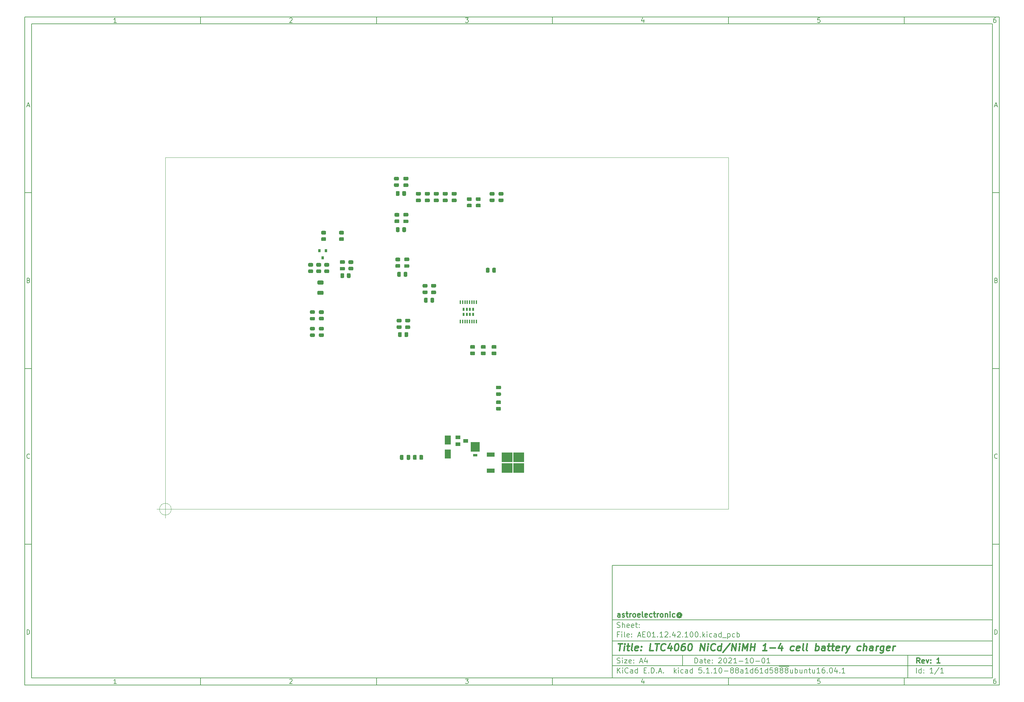
<source format=gbr>
%TF.GenerationSoftware,KiCad,Pcbnew,5.1.10-88a1d61d58~88~ubuntu16.04.1*%
%TF.CreationDate,2021-10-02T00:42:02+02:00*%
%TF.ProjectId,AE01.12.42.100,41453031-2e31-4322-9e34-322e3130302e,1*%
%TF.SameCoordinates,Original*%
%TF.FileFunction,Paste,Top*%
%TF.FilePolarity,Positive*%
%FSLAX46Y46*%
G04 Gerber Fmt 4.6, Leading zero omitted, Abs format (unit mm)*
G04 Created by KiCad (PCBNEW 5.1.10-88a1d61d58~88~ubuntu16.04.1) date 2021-10-02 00:42:02*
%MOMM*%
%LPD*%
G01*
G04 APERTURE LIST*
%ADD10C,0.100000*%
%ADD11C,0.150000*%
%ADD12C,0.300000*%
%ADD13C,0.400000*%
%TA.AperFunction,Profile*%
%ADD14C,0.050000*%
%TD*%
%ADD15R,1.400000X1.000000*%
%ADD16R,0.800000X0.900000*%
%ADD17R,0.537000X0.882000*%
%ADD18R,0.450000X1.050000*%
%ADD19R,3.050000X2.750000*%
%ADD20R,2.200000X1.200000*%
%ADD21R,1.800000X2.500000*%
%ADD22R,2.540000X2.670000*%
%ADD23R,1.270000X0.762000*%
G04 APERTURE END LIST*
D10*
D11*
X177002200Y-166007200D02*
X177002200Y-198007200D01*
X285002200Y-198007200D01*
X285002200Y-166007200D01*
X177002200Y-166007200D01*
D10*
D11*
X10000000Y-10000000D02*
X10000000Y-200007200D01*
X287002200Y-200007200D01*
X287002200Y-10000000D01*
X10000000Y-10000000D01*
D10*
D11*
X12000000Y-12000000D02*
X12000000Y-198007200D01*
X285002200Y-198007200D01*
X285002200Y-12000000D01*
X12000000Y-12000000D01*
D10*
D11*
X60000000Y-12000000D02*
X60000000Y-10000000D01*
D10*
D11*
X110000000Y-12000000D02*
X110000000Y-10000000D01*
D10*
D11*
X160000000Y-12000000D02*
X160000000Y-10000000D01*
D10*
D11*
X210000000Y-12000000D02*
X210000000Y-10000000D01*
D10*
D11*
X260000000Y-12000000D02*
X260000000Y-10000000D01*
D10*
D11*
X36065476Y-11588095D02*
X35322619Y-11588095D01*
X35694047Y-11588095D02*
X35694047Y-10288095D01*
X35570238Y-10473809D01*
X35446428Y-10597619D01*
X35322619Y-10659523D01*
D10*
D11*
X85322619Y-10411904D02*
X85384523Y-10350000D01*
X85508333Y-10288095D01*
X85817857Y-10288095D01*
X85941666Y-10350000D01*
X86003571Y-10411904D01*
X86065476Y-10535714D01*
X86065476Y-10659523D01*
X86003571Y-10845238D01*
X85260714Y-11588095D01*
X86065476Y-11588095D01*
D10*
D11*
X135260714Y-10288095D02*
X136065476Y-10288095D01*
X135632142Y-10783333D01*
X135817857Y-10783333D01*
X135941666Y-10845238D01*
X136003571Y-10907142D01*
X136065476Y-11030952D01*
X136065476Y-11340476D01*
X136003571Y-11464285D01*
X135941666Y-11526190D01*
X135817857Y-11588095D01*
X135446428Y-11588095D01*
X135322619Y-11526190D01*
X135260714Y-11464285D01*
D10*
D11*
X185941666Y-10721428D02*
X185941666Y-11588095D01*
X185632142Y-10226190D02*
X185322619Y-11154761D01*
X186127380Y-11154761D01*
D10*
D11*
X236003571Y-10288095D02*
X235384523Y-10288095D01*
X235322619Y-10907142D01*
X235384523Y-10845238D01*
X235508333Y-10783333D01*
X235817857Y-10783333D01*
X235941666Y-10845238D01*
X236003571Y-10907142D01*
X236065476Y-11030952D01*
X236065476Y-11340476D01*
X236003571Y-11464285D01*
X235941666Y-11526190D01*
X235817857Y-11588095D01*
X235508333Y-11588095D01*
X235384523Y-11526190D01*
X235322619Y-11464285D01*
D10*
D11*
X285941666Y-10288095D02*
X285694047Y-10288095D01*
X285570238Y-10350000D01*
X285508333Y-10411904D01*
X285384523Y-10597619D01*
X285322619Y-10845238D01*
X285322619Y-11340476D01*
X285384523Y-11464285D01*
X285446428Y-11526190D01*
X285570238Y-11588095D01*
X285817857Y-11588095D01*
X285941666Y-11526190D01*
X286003571Y-11464285D01*
X286065476Y-11340476D01*
X286065476Y-11030952D01*
X286003571Y-10907142D01*
X285941666Y-10845238D01*
X285817857Y-10783333D01*
X285570238Y-10783333D01*
X285446428Y-10845238D01*
X285384523Y-10907142D01*
X285322619Y-11030952D01*
D10*
D11*
X60000000Y-198007200D02*
X60000000Y-200007200D01*
D10*
D11*
X110000000Y-198007200D02*
X110000000Y-200007200D01*
D10*
D11*
X160000000Y-198007200D02*
X160000000Y-200007200D01*
D10*
D11*
X210000000Y-198007200D02*
X210000000Y-200007200D01*
D10*
D11*
X260000000Y-198007200D02*
X260000000Y-200007200D01*
D10*
D11*
X36065476Y-199595295D02*
X35322619Y-199595295D01*
X35694047Y-199595295D02*
X35694047Y-198295295D01*
X35570238Y-198481009D01*
X35446428Y-198604819D01*
X35322619Y-198666723D01*
D10*
D11*
X85322619Y-198419104D02*
X85384523Y-198357200D01*
X85508333Y-198295295D01*
X85817857Y-198295295D01*
X85941666Y-198357200D01*
X86003571Y-198419104D01*
X86065476Y-198542914D01*
X86065476Y-198666723D01*
X86003571Y-198852438D01*
X85260714Y-199595295D01*
X86065476Y-199595295D01*
D10*
D11*
X135260714Y-198295295D02*
X136065476Y-198295295D01*
X135632142Y-198790533D01*
X135817857Y-198790533D01*
X135941666Y-198852438D01*
X136003571Y-198914342D01*
X136065476Y-199038152D01*
X136065476Y-199347676D01*
X136003571Y-199471485D01*
X135941666Y-199533390D01*
X135817857Y-199595295D01*
X135446428Y-199595295D01*
X135322619Y-199533390D01*
X135260714Y-199471485D01*
D10*
D11*
X185941666Y-198728628D02*
X185941666Y-199595295D01*
X185632142Y-198233390D02*
X185322619Y-199161961D01*
X186127380Y-199161961D01*
D10*
D11*
X236003571Y-198295295D02*
X235384523Y-198295295D01*
X235322619Y-198914342D01*
X235384523Y-198852438D01*
X235508333Y-198790533D01*
X235817857Y-198790533D01*
X235941666Y-198852438D01*
X236003571Y-198914342D01*
X236065476Y-199038152D01*
X236065476Y-199347676D01*
X236003571Y-199471485D01*
X235941666Y-199533390D01*
X235817857Y-199595295D01*
X235508333Y-199595295D01*
X235384523Y-199533390D01*
X235322619Y-199471485D01*
D10*
D11*
X285941666Y-198295295D02*
X285694047Y-198295295D01*
X285570238Y-198357200D01*
X285508333Y-198419104D01*
X285384523Y-198604819D01*
X285322619Y-198852438D01*
X285322619Y-199347676D01*
X285384523Y-199471485D01*
X285446428Y-199533390D01*
X285570238Y-199595295D01*
X285817857Y-199595295D01*
X285941666Y-199533390D01*
X286003571Y-199471485D01*
X286065476Y-199347676D01*
X286065476Y-199038152D01*
X286003571Y-198914342D01*
X285941666Y-198852438D01*
X285817857Y-198790533D01*
X285570238Y-198790533D01*
X285446428Y-198852438D01*
X285384523Y-198914342D01*
X285322619Y-199038152D01*
D10*
D11*
X10000000Y-60000000D02*
X12000000Y-60000000D01*
D10*
D11*
X10000000Y-110000000D02*
X12000000Y-110000000D01*
D10*
D11*
X10000000Y-160000000D02*
X12000000Y-160000000D01*
D10*
D11*
X10690476Y-35216666D02*
X11309523Y-35216666D01*
X10566666Y-35588095D02*
X11000000Y-34288095D01*
X11433333Y-35588095D01*
D10*
D11*
X11092857Y-84907142D02*
X11278571Y-84969047D01*
X11340476Y-85030952D01*
X11402380Y-85154761D01*
X11402380Y-85340476D01*
X11340476Y-85464285D01*
X11278571Y-85526190D01*
X11154761Y-85588095D01*
X10659523Y-85588095D01*
X10659523Y-84288095D01*
X11092857Y-84288095D01*
X11216666Y-84350000D01*
X11278571Y-84411904D01*
X11340476Y-84535714D01*
X11340476Y-84659523D01*
X11278571Y-84783333D01*
X11216666Y-84845238D01*
X11092857Y-84907142D01*
X10659523Y-84907142D01*
D10*
D11*
X11402380Y-135464285D02*
X11340476Y-135526190D01*
X11154761Y-135588095D01*
X11030952Y-135588095D01*
X10845238Y-135526190D01*
X10721428Y-135402380D01*
X10659523Y-135278571D01*
X10597619Y-135030952D01*
X10597619Y-134845238D01*
X10659523Y-134597619D01*
X10721428Y-134473809D01*
X10845238Y-134350000D01*
X11030952Y-134288095D01*
X11154761Y-134288095D01*
X11340476Y-134350000D01*
X11402380Y-134411904D01*
D10*
D11*
X10659523Y-185588095D02*
X10659523Y-184288095D01*
X10969047Y-184288095D01*
X11154761Y-184350000D01*
X11278571Y-184473809D01*
X11340476Y-184597619D01*
X11402380Y-184845238D01*
X11402380Y-185030952D01*
X11340476Y-185278571D01*
X11278571Y-185402380D01*
X11154761Y-185526190D01*
X10969047Y-185588095D01*
X10659523Y-185588095D01*
D10*
D11*
X287002200Y-60000000D02*
X285002200Y-60000000D01*
D10*
D11*
X287002200Y-110000000D02*
X285002200Y-110000000D01*
D10*
D11*
X287002200Y-160000000D02*
X285002200Y-160000000D01*
D10*
D11*
X285692676Y-35216666D02*
X286311723Y-35216666D01*
X285568866Y-35588095D02*
X286002200Y-34288095D01*
X286435533Y-35588095D01*
D10*
D11*
X286095057Y-84907142D02*
X286280771Y-84969047D01*
X286342676Y-85030952D01*
X286404580Y-85154761D01*
X286404580Y-85340476D01*
X286342676Y-85464285D01*
X286280771Y-85526190D01*
X286156961Y-85588095D01*
X285661723Y-85588095D01*
X285661723Y-84288095D01*
X286095057Y-84288095D01*
X286218866Y-84350000D01*
X286280771Y-84411904D01*
X286342676Y-84535714D01*
X286342676Y-84659523D01*
X286280771Y-84783333D01*
X286218866Y-84845238D01*
X286095057Y-84907142D01*
X285661723Y-84907142D01*
D10*
D11*
X286404580Y-135464285D02*
X286342676Y-135526190D01*
X286156961Y-135588095D01*
X286033152Y-135588095D01*
X285847438Y-135526190D01*
X285723628Y-135402380D01*
X285661723Y-135278571D01*
X285599819Y-135030952D01*
X285599819Y-134845238D01*
X285661723Y-134597619D01*
X285723628Y-134473809D01*
X285847438Y-134350000D01*
X286033152Y-134288095D01*
X286156961Y-134288095D01*
X286342676Y-134350000D01*
X286404580Y-134411904D01*
D10*
D11*
X285661723Y-185588095D02*
X285661723Y-184288095D01*
X285971247Y-184288095D01*
X286156961Y-184350000D01*
X286280771Y-184473809D01*
X286342676Y-184597619D01*
X286404580Y-184845238D01*
X286404580Y-185030952D01*
X286342676Y-185278571D01*
X286280771Y-185402380D01*
X286156961Y-185526190D01*
X285971247Y-185588095D01*
X285661723Y-185588095D01*
D10*
D11*
X200434342Y-193785771D02*
X200434342Y-192285771D01*
X200791485Y-192285771D01*
X201005771Y-192357200D01*
X201148628Y-192500057D01*
X201220057Y-192642914D01*
X201291485Y-192928628D01*
X201291485Y-193142914D01*
X201220057Y-193428628D01*
X201148628Y-193571485D01*
X201005771Y-193714342D01*
X200791485Y-193785771D01*
X200434342Y-193785771D01*
X202577200Y-193785771D02*
X202577200Y-193000057D01*
X202505771Y-192857200D01*
X202362914Y-192785771D01*
X202077200Y-192785771D01*
X201934342Y-192857200D01*
X202577200Y-193714342D02*
X202434342Y-193785771D01*
X202077200Y-193785771D01*
X201934342Y-193714342D01*
X201862914Y-193571485D01*
X201862914Y-193428628D01*
X201934342Y-193285771D01*
X202077200Y-193214342D01*
X202434342Y-193214342D01*
X202577200Y-193142914D01*
X203077200Y-192785771D02*
X203648628Y-192785771D01*
X203291485Y-192285771D02*
X203291485Y-193571485D01*
X203362914Y-193714342D01*
X203505771Y-193785771D01*
X203648628Y-193785771D01*
X204720057Y-193714342D02*
X204577200Y-193785771D01*
X204291485Y-193785771D01*
X204148628Y-193714342D01*
X204077200Y-193571485D01*
X204077200Y-193000057D01*
X204148628Y-192857200D01*
X204291485Y-192785771D01*
X204577200Y-192785771D01*
X204720057Y-192857200D01*
X204791485Y-193000057D01*
X204791485Y-193142914D01*
X204077200Y-193285771D01*
X205434342Y-193642914D02*
X205505771Y-193714342D01*
X205434342Y-193785771D01*
X205362914Y-193714342D01*
X205434342Y-193642914D01*
X205434342Y-193785771D01*
X205434342Y-192857200D02*
X205505771Y-192928628D01*
X205434342Y-193000057D01*
X205362914Y-192928628D01*
X205434342Y-192857200D01*
X205434342Y-193000057D01*
X207220057Y-192428628D02*
X207291485Y-192357200D01*
X207434342Y-192285771D01*
X207791485Y-192285771D01*
X207934342Y-192357200D01*
X208005771Y-192428628D01*
X208077200Y-192571485D01*
X208077200Y-192714342D01*
X208005771Y-192928628D01*
X207148628Y-193785771D01*
X208077200Y-193785771D01*
X209005771Y-192285771D02*
X209148628Y-192285771D01*
X209291485Y-192357200D01*
X209362914Y-192428628D01*
X209434342Y-192571485D01*
X209505771Y-192857200D01*
X209505771Y-193214342D01*
X209434342Y-193500057D01*
X209362914Y-193642914D01*
X209291485Y-193714342D01*
X209148628Y-193785771D01*
X209005771Y-193785771D01*
X208862914Y-193714342D01*
X208791485Y-193642914D01*
X208720057Y-193500057D01*
X208648628Y-193214342D01*
X208648628Y-192857200D01*
X208720057Y-192571485D01*
X208791485Y-192428628D01*
X208862914Y-192357200D01*
X209005771Y-192285771D01*
X210077200Y-192428628D02*
X210148628Y-192357200D01*
X210291485Y-192285771D01*
X210648628Y-192285771D01*
X210791485Y-192357200D01*
X210862914Y-192428628D01*
X210934342Y-192571485D01*
X210934342Y-192714342D01*
X210862914Y-192928628D01*
X210005771Y-193785771D01*
X210934342Y-193785771D01*
X212362914Y-193785771D02*
X211505771Y-193785771D01*
X211934342Y-193785771D02*
X211934342Y-192285771D01*
X211791485Y-192500057D01*
X211648628Y-192642914D01*
X211505771Y-192714342D01*
X213005771Y-193214342D02*
X214148628Y-193214342D01*
X215648628Y-193785771D02*
X214791485Y-193785771D01*
X215220057Y-193785771D02*
X215220057Y-192285771D01*
X215077200Y-192500057D01*
X214934342Y-192642914D01*
X214791485Y-192714342D01*
X216577200Y-192285771D02*
X216720057Y-192285771D01*
X216862914Y-192357200D01*
X216934342Y-192428628D01*
X217005771Y-192571485D01*
X217077200Y-192857200D01*
X217077200Y-193214342D01*
X217005771Y-193500057D01*
X216934342Y-193642914D01*
X216862914Y-193714342D01*
X216720057Y-193785771D01*
X216577200Y-193785771D01*
X216434342Y-193714342D01*
X216362914Y-193642914D01*
X216291485Y-193500057D01*
X216220057Y-193214342D01*
X216220057Y-192857200D01*
X216291485Y-192571485D01*
X216362914Y-192428628D01*
X216434342Y-192357200D01*
X216577200Y-192285771D01*
X217720057Y-193214342D02*
X218862914Y-193214342D01*
X219862914Y-192285771D02*
X220005771Y-192285771D01*
X220148628Y-192357200D01*
X220220057Y-192428628D01*
X220291485Y-192571485D01*
X220362914Y-192857200D01*
X220362914Y-193214342D01*
X220291485Y-193500057D01*
X220220057Y-193642914D01*
X220148628Y-193714342D01*
X220005771Y-193785771D01*
X219862914Y-193785771D01*
X219720057Y-193714342D01*
X219648628Y-193642914D01*
X219577200Y-193500057D01*
X219505771Y-193214342D01*
X219505771Y-192857200D01*
X219577200Y-192571485D01*
X219648628Y-192428628D01*
X219720057Y-192357200D01*
X219862914Y-192285771D01*
X221791485Y-193785771D02*
X220934342Y-193785771D01*
X221362914Y-193785771D02*
X221362914Y-192285771D01*
X221220057Y-192500057D01*
X221077200Y-192642914D01*
X220934342Y-192714342D01*
D10*
D11*
X177002200Y-194507200D02*
X285002200Y-194507200D01*
D10*
D11*
X178434342Y-196585771D02*
X178434342Y-195085771D01*
X179291485Y-196585771D02*
X178648628Y-195728628D01*
X179291485Y-195085771D02*
X178434342Y-195942914D01*
X179934342Y-196585771D02*
X179934342Y-195585771D01*
X179934342Y-195085771D02*
X179862914Y-195157200D01*
X179934342Y-195228628D01*
X180005771Y-195157200D01*
X179934342Y-195085771D01*
X179934342Y-195228628D01*
X181505771Y-196442914D02*
X181434342Y-196514342D01*
X181220057Y-196585771D01*
X181077200Y-196585771D01*
X180862914Y-196514342D01*
X180720057Y-196371485D01*
X180648628Y-196228628D01*
X180577200Y-195942914D01*
X180577200Y-195728628D01*
X180648628Y-195442914D01*
X180720057Y-195300057D01*
X180862914Y-195157200D01*
X181077200Y-195085771D01*
X181220057Y-195085771D01*
X181434342Y-195157200D01*
X181505771Y-195228628D01*
X182791485Y-196585771D02*
X182791485Y-195800057D01*
X182720057Y-195657200D01*
X182577200Y-195585771D01*
X182291485Y-195585771D01*
X182148628Y-195657200D01*
X182791485Y-196514342D02*
X182648628Y-196585771D01*
X182291485Y-196585771D01*
X182148628Y-196514342D01*
X182077200Y-196371485D01*
X182077200Y-196228628D01*
X182148628Y-196085771D01*
X182291485Y-196014342D01*
X182648628Y-196014342D01*
X182791485Y-195942914D01*
X184148628Y-196585771D02*
X184148628Y-195085771D01*
X184148628Y-196514342D02*
X184005771Y-196585771D01*
X183720057Y-196585771D01*
X183577200Y-196514342D01*
X183505771Y-196442914D01*
X183434342Y-196300057D01*
X183434342Y-195871485D01*
X183505771Y-195728628D01*
X183577200Y-195657200D01*
X183720057Y-195585771D01*
X184005771Y-195585771D01*
X184148628Y-195657200D01*
X186005771Y-195800057D02*
X186505771Y-195800057D01*
X186720057Y-196585771D02*
X186005771Y-196585771D01*
X186005771Y-195085771D01*
X186720057Y-195085771D01*
X187362914Y-196442914D02*
X187434342Y-196514342D01*
X187362914Y-196585771D01*
X187291485Y-196514342D01*
X187362914Y-196442914D01*
X187362914Y-196585771D01*
X188077200Y-196585771D02*
X188077200Y-195085771D01*
X188434342Y-195085771D01*
X188648628Y-195157200D01*
X188791485Y-195300057D01*
X188862914Y-195442914D01*
X188934342Y-195728628D01*
X188934342Y-195942914D01*
X188862914Y-196228628D01*
X188791485Y-196371485D01*
X188648628Y-196514342D01*
X188434342Y-196585771D01*
X188077200Y-196585771D01*
X189577200Y-196442914D02*
X189648628Y-196514342D01*
X189577200Y-196585771D01*
X189505771Y-196514342D01*
X189577200Y-196442914D01*
X189577200Y-196585771D01*
X190220057Y-196157200D02*
X190934342Y-196157200D01*
X190077200Y-196585771D02*
X190577200Y-195085771D01*
X191077200Y-196585771D01*
X191577200Y-196442914D02*
X191648628Y-196514342D01*
X191577200Y-196585771D01*
X191505771Y-196514342D01*
X191577200Y-196442914D01*
X191577200Y-196585771D01*
X194577200Y-196585771D02*
X194577200Y-195085771D01*
X194720057Y-196014342D02*
X195148628Y-196585771D01*
X195148628Y-195585771D02*
X194577200Y-196157200D01*
X195791485Y-196585771D02*
X195791485Y-195585771D01*
X195791485Y-195085771D02*
X195720057Y-195157200D01*
X195791485Y-195228628D01*
X195862914Y-195157200D01*
X195791485Y-195085771D01*
X195791485Y-195228628D01*
X197148628Y-196514342D02*
X197005771Y-196585771D01*
X196720057Y-196585771D01*
X196577200Y-196514342D01*
X196505771Y-196442914D01*
X196434342Y-196300057D01*
X196434342Y-195871485D01*
X196505771Y-195728628D01*
X196577200Y-195657200D01*
X196720057Y-195585771D01*
X197005771Y-195585771D01*
X197148628Y-195657200D01*
X198434342Y-196585771D02*
X198434342Y-195800057D01*
X198362914Y-195657200D01*
X198220057Y-195585771D01*
X197934342Y-195585771D01*
X197791485Y-195657200D01*
X198434342Y-196514342D02*
X198291485Y-196585771D01*
X197934342Y-196585771D01*
X197791485Y-196514342D01*
X197720057Y-196371485D01*
X197720057Y-196228628D01*
X197791485Y-196085771D01*
X197934342Y-196014342D01*
X198291485Y-196014342D01*
X198434342Y-195942914D01*
X199791485Y-196585771D02*
X199791485Y-195085771D01*
X199791485Y-196514342D02*
X199648628Y-196585771D01*
X199362914Y-196585771D01*
X199220057Y-196514342D01*
X199148628Y-196442914D01*
X199077200Y-196300057D01*
X199077200Y-195871485D01*
X199148628Y-195728628D01*
X199220057Y-195657200D01*
X199362914Y-195585771D01*
X199648628Y-195585771D01*
X199791485Y-195657200D01*
X202362914Y-195085771D02*
X201648628Y-195085771D01*
X201577200Y-195800057D01*
X201648628Y-195728628D01*
X201791485Y-195657200D01*
X202148628Y-195657200D01*
X202291485Y-195728628D01*
X202362914Y-195800057D01*
X202434342Y-195942914D01*
X202434342Y-196300057D01*
X202362914Y-196442914D01*
X202291485Y-196514342D01*
X202148628Y-196585771D01*
X201791485Y-196585771D01*
X201648628Y-196514342D01*
X201577200Y-196442914D01*
X203077200Y-196442914D02*
X203148628Y-196514342D01*
X203077200Y-196585771D01*
X203005771Y-196514342D01*
X203077200Y-196442914D01*
X203077200Y-196585771D01*
X204577200Y-196585771D02*
X203720057Y-196585771D01*
X204148628Y-196585771D02*
X204148628Y-195085771D01*
X204005771Y-195300057D01*
X203862914Y-195442914D01*
X203720057Y-195514342D01*
X205220057Y-196442914D02*
X205291485Y-196514342D01*
X205220057Y-196585771D01*
X205148628Y-196514342D01*
X205220057Y-196442914D01*
X205220057Y-196585771D01*
X206720057Y-196585771D02*
X205862914Y-196585771D01*
X206291485Y-196585771D02*
X206291485Y-195085771D01*
X206148628Y-195300057D01*
X206005771Y-195442914D01*
X205862914Y-195514342D01*
X207648628Y-195085771D02*
X207791485Y-195085771D01*
X207934342Y-195157200D01*
X208005771Y-195228628D01*
X208077200Y-195371485D01*
X208148628Y-195657200D01*
X208148628Y-196014342D01*
X208077200Y-196300057D01*
X208005771Y-196442914D01*
X207934342Y-196514342D01*
X207791485Y-196585771D01*
X207648628Y-196585771D01*
X207505771Y-196514342D01*
X207434342Y-196442914D01*
X207362914Y-196300057D01*
X207291485Y-196014342D01*
X207291485Y-195657200D01*
X207362914Y-195371485D01*
X207434342Y-195228628D01*
X207505771Y-195157200D01*
X207648628Y-195085771D01*
X208791485Y-196014342D02*
X209934342Y-196014342D01*
X210862914Y-195728628D02*
X210720057Y-195657200D01*
X210648628Y-195585771D01*
X210577200Y-195442914D01*
X210577200Y-195371485D01*
X210648628Y-195228628D01*
X210720057Y-195157200D01*
X210862914Y-195085771D01*
X211148628Y-195085771D01*
X211291485Y-195157200D01*
X211362914Y-195228628D01*
X211434342Y-195371485D01*
X211434342Y-195442914D01*
X211362914Y-195585771D01*
X211291485Y-195657200D01*
X211148628Y-195728628D01*
X210862914Y-195728628D01*
X210720057Y-195800057D01*
X210648628Y-195871485D01*
X210577200Y-196014342D01*
X210577200Y-196300057D01*
X210648628Y-196442914D01*
X210720057Y-196514342D01*
X210862914Y-196585771D01*
X211148628Y-196585771D01*
X211291485Y-196514342D01*
X211362914Y-196442914D01*
X211434342Y-196300057D01*
X211434342Y-196014342D01*
X211362914Y-195871485D01*
X211291485Y-195800057D01*
X211148628Y-195728628D01*
X212291485Y-195728628D02*
X212148628Y-195657200D01*
X212077200Y-195585771D01*
X212005771Y-195442914D01*
X212005771Y-195371485D01*
X212077200Y-195228628D01*
X212148628Y-195157200D01*
X212291485Y-195085771D01*
X212577200Y-195085771D01*
X212720057Y-195157200D01*
X212791485Y-195228628D01*
X212862914Y-195371485D01*
X212862914Y-195442914D01*
X212791485Y-195585771D01*
X212720057Y-195657200D01*
X212577200Y-195728628D01*
X212291485Y-195728628D01*
X212148628Y-195800057D01*
X212077200Y-195871485D01*
X212005771Y-196014342D01*
X212005771Y-196300057D01*
X212077200Y-196442914D01*
X212148628Y-196514342D01*
X212291485Y-196585771D01*
X212577200Y-196585771D01*
X212720057Y-196514342D01*
X212791485Y-196442914D01*
X212862914Y-196300057D01*
X212862914Y-196014342D01*
X212791485Y-195871485D01*
X212720057Y-195800057D01*
X212577200Y-195728628D01*
X214148628Y-196585771D02*
X214148628Y-195800057D01*
X214077200Y-195657200D01*
X213934342Y-195585771D01*
X213648628Y-195585771D01*
X213505771Y-195657200D01*
X214148628Y-196514342D02*
X214005771Y-196585771D01*
X213648628Y-196585771D01*
X213505771Y-196514342D01*
X213434342Y-196371485D01*
X213434342Y-196228628D01*
X213505771Y-196085771D01*
X213648628Y-196014342D01*
X214005771Y-196014342D01*
X214148628Y-195942914D01*
X215648628Y-196585771D02*
X214791485Y-196585771D01*
X215220057Y-196585771D02*
X215220057Y-195085771D01*
X215077200Y-195300057D01*
X214934342Y-195442914D01*
X214791485Y-195514342D01*
X216934342Y-196585771D02*
X216934342Y-195085771D01*
X216934342Y-196514342D02*
X216791485Y-196585771D01*
X216505771Y-196585771D01*
X216362914Y-196514342D01*
X216291485Y-196442914D01*
X216220057Y-196300057D01*
X216220057Y-195871485D01*
X216291485Y-195728628D01*
X216362914Y-195657200D01*
X216505771Y-195585771D01*
X216791485Y-195585771D01*
X216934342Y-195657200D01*
X218291485Y-195085771D02*
X218005771Y-195085771D01*
X217862914Y-195157200D01*
X217791485Y-195228628D01*
X217648628Y-195442914D01*
X217577200Y-195728628D01*
X217577200Y-196300057D01*
X217648628Y-196442914D01*
X217720057Y-196514342D01*
X217862914Y-196585771D01*
X218148628Y-196585771D01*
X218291485Y-196514342D01*
X218362914Y-196442914D01*
X218434342Y-196300057D01*
X218434342Y-195942914D01*
X218362914Y-195800057D01*
X218291485Y-195728628D01*
X218148628Y-195657200D01*
X217862914Y-195657200D01*
X217720057Y-195728628D01*
X217648628Y-195800057D01*
X217577200Y-195942914D01*
X219862914Y-196585771D02*
X219005771Y-196585771D01*
X219434342Y-196585771D02*
X219434342Y-195085771D01*
X219291485Y-195300057D01*
X219148628Y-195442914D01*
X219005771Y-195514342D01*
X221148628Y-196585771D02*
X221148628Y-195085771D01*
X221148628Y-196514342D02*
X221005771Y-196585771D01*
X220720057Y-196585771D01*
X220577200Y-196514342D01*
X220505771Y-196442914D01*
X220434342Y-196300057D01*
X220434342Y-195871485D01*
X220505771Y-195728628D01*
X220577200Y-195657200D01*
X220720057Y-195585771D01*
X221005771Y-195585771D01*
X221148628Y-195657200D01*
X222577200Y-195085771D02*
X221862914Y-195085771D01*
X221791485Y-195800057D01*
X221862914Y-195728628D01*
X222005771Y-195657200D01*
X222362914Y-195657200D01*
X222505771Y-195728628D01*
X222577200Y-195800057D01*
X222648628Y-195942914D01*
X222648628Y-196300057D01*
X222577200Y-196442914D01*
X222505771Y-196514342D01*
X222362914Y-196585771D01*
X222005771Y-196585771D01*
X221862914Y-196514342D01*
X221791485Y-196442914D01*
X223505771Y-195728628D02*
X223362914Y-195657200D01*
X223291485Y-195585771D01*
X223220057Y-195442914D01*
X223220057Y-195371485D01*
X223291485Y-195228628D01*
X223362914Y-195157200D01*
X223505771Y-195085771D01*
X223791485Y-195085771D01*
X223934342Y-195157200D01*
X224005771Y-195228628D01*
X224077200Y-195371485D01*
X224077200Y-195442914D01*
X224005771Y-195585771D01*
X223934342Y-195657200D01*
X223791485Y-195728628D01*
X223505771Y-195728628D01*
X223362914Y-195800057D01*
X223291485Y-195871485D01*
X223220057Y-196014342D01*
X223220057Y-196300057D01*
X223291485Y-196442914D01*
X223362914Y-196514342D01*
X223505771Y-196585771D01*
X223791485Y-196585771D01*
X223934342Y-196514342D01*
X224005771Y-196442914D01*
X224077200Y-196300057D01*
X224077200Y-196014342D01*
X224005771Y-195871485D01*
X223934342Y-195800057D01*
X223791485Y-195728628D01*
X224362914Y-194677200D02*
X225791485Y-194677200D01*
X224934342Y-195728628D02*
X224791485Y-195657200D01*
X224720057Y-195585771D01*
X224648628Y-195442914D01*
X224648628Y-195371485D01*
X224720057Y-195228628D01*
X224791485Y-195157200D01*
X224934342Y-195085771D01*
X225220057Y-195085771D01*
X225362914Y-195157200D01*
X225434342Y-195228628D01*
X225505771Y-195371485D01*
X225505771Y-195442914D01*
X225434342Y-195585771D01*
X225362914Y-195657200D01*
X225220057Y-195728628D01*
X224934342Y-195728628D01*
X224791485Y-195800057D01*
X224720057Y-195871485D01*
X224648628Y-196014342D01*
X224648628Y-196300057D01*
X224720057Y-196442914D01*
X224791485Y-196514342D01*
X224934342Y-196585771D01*
X225220057Y-196585771D01*
X225362914Y-196514342D01*
X225434342Y-196442914D01*
X225505771Y-196300057D01*
X225505771Y-196014342D01*
X225434342Y-195871485D01*
X225362914Y-195800057D01*
X225220057Y-195728628D01*
X225791485Y-194677200D02*
X227220057Y-194677200D01*
X226362914Y-195728628D02*
X226220057Y-195657200D01*
X226148628Y-195585771D01*
X226077199Y-195442914D01*
X226077199Y-195371485D01*
X226148628Y-195228628D01*
X226220057Y-195157200D01*
X226362914Y-195085771D01*
X226648628Y-195085771D01*
X226791485Y-195157200D01*
X226862914Y-195228628D01*
X226934342Y-195371485D01*
X226934342Y-195442914D01*
X226862914Y-195585771D01*
X226791485Y-195657200D01*
X226648628Y-195728628D01*
X226362914Y-195728628D01*
X226220057Y-195800057D01*
X226148628Y-195871485D01*
X226077199Y-196014342D01*
X226077199Y-196300057D01*
X226148628Y-196442914D01*
X226220057Y-196514342D01*
X226362914Y-196585771D01*
X226648628Y-196585771D01*
X226791485Y-196514342D01*
X226862914Y-196442914D01*
X226934342Y-196300057D01*
X226934342Y-196014342D01*
X226862914Y-195871485D01*
X226791485Y-195800057D01*
X226648628Y-195728628D01*
X228220057Y-195585771D02*
X228220057Y-196585771D01*
X227577199Y-195585771D02*
X227577199Y-196371485D01*
X227648628Y-196514342D01*
X227791485Y-196585771D01*
X228005771Y-196585771D01*
X228148628Y-196514342D01*
X228220057Y-196442914D01*
X228934342Y-196585771D02*
X228934342Y-195085771D01*
X228934342Y-195657200D02*
X229077199Y-195585771D01*
X229362914Y-195585771D01*
X229505771Y-195657200D01*
X229577199Y-195728628D01*
X229648628Y-195871485D01*
X229648628Y-196300057D01*
X229577199Y-196442914D01*
X229505771Y-196514342D01*
X229362914Y-196585771D01*
X229077199Y-196585771D01*
X228934342Y-196514342D01*
X230934342Y-195585771D02*
X230934342Y-196585771D01*
X230291485Y-195585771D02*
X230291485Y-196371485D01*
X230362914Y-196514342D01*
X230505771Y-196585771D01*
X230720057Y-196585771D01*
X230862914Y-196514342D01*
X230934342Y-196442914D01*
X231648628Y-195585771D02*
X231648628Y-196585771D01*
X231648628Y-195728628D02*
X231720057Y-195657200D01*
X231862914Y-195585771D01*
X232077199Y-195585771D01*
X232220057Y-195657200D01*
X232291485Y-195800057D01*
X232291485Y-196585771D01*
X232791485Y-195585771D02*
X233362914Y-195585771D01*
X233005771Y-195085771D02*
X233005771Y-196371485D01*
X233077199Y-196514342D01*
X233220057Y-196585771D01*
X233362914Y-196585771D01*
X234505771Y-195585771D02*
X234505771Y-196585771D01*
X233862914Y-195585771D02*
X233862914Y-196371485D01*
X233934342Y-196514342D01*
X234077200Y-196585771D01*
X234291485Y-196585771D01*
X234434342Y-196514342D01*
X234505771Y-196442914D01*
X236005771Y-196585771D02*
X235148628Y-196585771D01*
X235577200Y-196585771D02*
X235577200Y-195085771D01*
X235434342Y-195300057D01*
X235291485Y-195442914D01*
X235148628Y-195514342D01*
X237291485Y-195085771D02*
X237005771Y-195085771D01*
X236862914Y-195157200D01*
X236791485Y-195228628D01*
X236648628Y-195442914D01*
X236577199Y-195728628D01*
X236577199Y-196300057D01*
X236648628Y-196442914D01*
X236720057Y-196514342D01*
X236862914Y-196585771D01*
X237148628Y-196585771D01*
X237291485Y-196514342D01*
X237362914Y-196442914D01*
X237434342Y-196300057D01*
X237434342Y-195942914D01*
X237362914Y-195800057D01*
X237291485Y-195728628D01*
X237148628Y-195657200D01*
X236862914Y-195657200D01*
X236720057Y-195728628D01*
X236648628Y-195800057D01*
X236577199Y-195942914D01*
X238077199Y-196442914D02*
X238148628Y-196514342D01*
X238077199Y-196585771D01*
X238005771Y-196514342D01*
X238077199Y-196442914D01*
X238077199Y-196585771D01*
X239077199Y-195085771D02*
X239220057Y-195085771D01*
X239362914Y-195157200D01*
X239434342Y-195228628D01*
X239505771Y-195371485D01*
X239577199Y-195657200D01*
X239577199Y-196014342D01*
X239505771Y-196300057D01*
X239434342Y-196442914D01*
X239362914Y-196514342D01*
X239220057Y-196585771D01*
X239077199Y-196585771D01*
X238934342Y-196514342D01*
X238862914Y-196442914D01*
X238791485Y-196300057D01*
X238720057Y-196014342D01*
X238720057Y-195657200D01*
X238791485Y-195371485D01*
X238862914Y-195228628D01*
X238934342Y-195157200D01*
X239077199Y-195085771D01*
X240862914Y-195585771D02*
X240862914Y-196585771D01*
X240505771Y-195014342D02*
X240148628Y-196085771D01*
X241077199Y-196085771D01*
X241648628Y-196442914D02*
X241720057Y-196514342D01*
X241648628Y-196585771D01*
X241577199Y-196514342D01*
X241648628Y-196442914D01*
X241648628Y-196585771D01*
X243148628Y-196585771D02*
X242291485Y-196585771D01*
X242720057Y-196585771D02*
X242720057Y-195085771D01*
X242577199Y-195300057D01*
X242434342Y-195442914D01*
X242291485Y-195514342D01*
D10*
D11*
X177002200Y-191507200D02*
X285002200Y-191507200D01*
D10*
D12*
X264411485Y-193785771D02*
X263911485Y-193071485D01*
X263554342Y-193785771D02*
X263554342Y-192285771D01*
X264125771Y-192285771D01*
X264268628Y-192357200D01*
X264340057Y-192428628D01*
X264411485Y-192571485D01*
X264411485Y-192785771D01*
X264340057Y-192928628D01*
X264268628Y-193000057D01*
X264125771Y-193071485D01*
X263554342Y-193071485D01*
X265625771Y-193714342D02*
X265482914Y-193785771D01*
X265197200Y-193785771D01*
X265054342Y-193714342D01*
X264982914Y-193571485D01*
X264982914Y-193000057D01*
X265054342Y-192857200D01*
X265197200Y-192785771D01*
X265482914Y-192785771D01*
X265625771Y-192857200D01*
X265697200Y-193000057D01*
X265697200Y-193142914D01*
X264982914Y-193285771D01*
X266197200Y-192785771D02*
X266554342Y-193785771D01*
X266911485Y-192785771D01*
X267482914Y-193642914D02*
X267554342Y-193714342D01*
X267482914Y-193785771D01*
X267411485Y-193714342D01*
X267482914Y-193642914D01*
X267482914Y-193785771D01*
X267482914Y-192857200D02*
X267554342Y-192928628D01*
X267482914Y-193000057D01*
X267411485Y-192928628D01*
X267482914Y-192857200D01*
X267482914Y-193000057D01*
X270125771Y-193785771D02*
X269268628Y-193785771D01*
X269697200Y-193785771D02*
X269697200Y-192285771D01*
X269554342Y-192500057D01*
X269411485Y-192642914D01*
X269268628Y-192714342D01*
D10*
D11*
X178362914Y-193714342D02*
X178577200Y-193785771D01*
X178934342Y-193785771D01*
X179077200Y-193714342D01*
X179148628Y-193642914D01*
X179220057Y-193500057D01*
X179220057Y-193357200D01*
X179148628Y-193214342D01*
X179077200Y-193142914D01*
X178934342Y-193071485D01*
X178648628Y-193000057D01*
X178505771Y-192928628D01*
X178434342Y-192857200D01*
X178362914Y-192714342D01*
X178362914Y-192571485D01*
X178434342Y-192428628D01*
X178505771Y-192357200D01*
X178648628Y-192285771D01*
X179005771Y-192285771D01*
X179220057Y-192357200D01*
X179862914Y-193785771D02*
X179862914Y-192785771D01*
X179862914Y-192285771D02*
X179791485Y-192357200D01*
X179862914Y-192428628D01*
X179934342Y-192357200D01*
X179862914Y-192285771D01*
X179862914Y-192428628D01*
X180434342Y-192785771D02*
X181220057Y-192785771D01*
X180434342Y-193785771D01*
X181220057Y-193785771D01*
X182362914Y-193714342D02*
X182220057Y-193785771D01*
X181934342Y-193785771D01*
X181791485Y-193714342D01*
X181720057Y-193571485D01*
X181720057Y-193000057D01*
X181791485Y-192857200D01*
X181934342Y-192785771D01*
X182220057Y-192785771D01*
X182362914Y-192857200D01*
X182434342Y-193000057D01*
X182434342Y-193142914D01*
X181720057Y-193285771D01*
X183077200Y-193642914D02*
X183148628Y-193714342D01*
X183077200Y-193785771D01*
X183005771Y-193714342D01*
X183077200Y-193642914D01*
X183077200Y-193785771D01*
X183077200Y-192857200D02*
X183148628Y-192928628D01*
X183077200Y-193000057D01*
X183005771Y-192928628D01*
X183077200Y-192857200D01*
X183077200Y-193000057D01*
X184862914Y-193357200D02*
X185577200Y-193357200D01*
X184720057Y-193785771D02*
X185220057Y-192285771D01*
X185720057Y-193785771D01*
X186862914Y-192785771D02*
X186862914Y-193785771D01*
X186505771Y-192214342D02*
X186148628Y-193285771D01*
X187077200Y-193285771D01*
D10*
D11*
X263434342Y-196585771D02*
X263434342Y-195085771D01*
X264791485Y-196585771D02*
X264791485Y-195085771D01*
X264791485Y-196514342D02*
X264648628Y-196585771D01*
X264362914Y-196585771D01*
X264220057Y-196514342D01*
X264148628Y-196442914D01*
X264077200Y-196300057D01*
X264077200Y-195871485D01*
X264148628Y-195728628D01*
X264220057Y-195657200D01*
X264362914Y-195585771D01*
X264648628Y-195585771D01*
X264791485Y-195657200D01*
X265505771Y-196442914D02*
X265577200Y-196514342D01*
X265505771Y-196585771D01*
X265434342Y-196514342D01*
X265505771Y-196442914D01*
X265505771Y-196585771D01*
X265505771Y-195657200D02*
X265577200Y-195728628D01*
X265505771Y-195800057D01*
X265434342Y-195728628D01*
X265505771Y-195657200D01*
X265505771Y-195800057D01*
X268148628Y-196585771D02*
X267291485Y-196585771D01*
X267720057Y-196585771D02*
X267720057Y-195085771D01*
X267577200Y-195300057D01*
X267434342Y-195442914D01*
X267291485Y-195514342D01*
X269862914Y-195014342D02*
X268577200Y-196942914D01*
X271148628Y-196585771D02*
X270291485Y-196585771D01*
X270720057Y-196585771D02*
X270720057Y-195085771D01*
X270577200Y-195300057D01*
X270434342Y-195442914D01*
X270291485Y-195514342D01*
D10*
D11*
X177002200Y-187507200D02*
X285002200Y-187507200D01*
D10*
D13*
X178714580Y-188211961D02*
X179857438Y-188211961D01*
X179036009Y-190211961D02*
X179286009Y-188211961D01*
X180274104Y-190211961D02*
X180440771Y-188878628D01*
X180524104Y-188211961D02*
X180416961Y-188307200D01*
X180500295Y-188402438D01*
X180607438Y-188307200D01*
X180524104Y-188211961D01*
X180500295Y-188402438D01*
X181107438Y-188878628D02*
X181869342Y-188878628D01*
X181476485Y-188211961D02*
X181262200Y-189926247D01*
X181333628Y-190116723D01*
X181512200Y-190211961D01*
X181702676Y-190211961D01*
X182655057Y-190211961D02*
X182476485Y-190116723D01*
X182405057Y-189926247D01*
X182619342Y-188211961D01*
X184190771Y-190116723D02*
X183988390Y-190211961D01*
X183607438Y-190211961D01*
X183428866Y-190116723D01*
X183357438Y-189926247D01*
X183452676Y-189164342D01*
X183571723Y-188973866D01*
X183774104Y-188878628D01*
X184155057Y-188878628D01*
X184333628Y-188973866D01*
X184405057Y-189164342D01*
X184381247Y-189354819D01*
X183405057Y-189545295D01*
X185155057Y-190021485D02*
X185238390Y-190116723D01*
X185131247Y-190211961D01*
X185047914Y-190116723D01*
X185155057Y-190021485D01*
X185131247Y-190211961D01*
X185286009Y-188973866D02*
X185369342Y-189069104D01*
X185262200Y-189164342D01*
X185178866Y-189069104D01*
X185286009Y-188973866D01*
X185262200Y-189164342D01*
X188559819Y-190211961D02*
X187607438Y-190211961D01*
X187857438Y-188211961D01*
X189190771Y-188211961D02*
X190333628Y-188211961D01*
X189512200Y-190211961D02*
X189762200Y-188211961D01*
X191916961Y-190021485D02*
X191809819Y-190116723D01*
X191512200Y-190211961D01*
X191321723Y-190211961D01*
X191047914Y-190116723D01*
X190881247Y-189926247D01*
X190809819Y-189735771D01*
X190762200Y-189354819D01*
X190797914Y-189069104D01*
X190940771Y-188688152D01*
X191059819Y-188497676D01*
X191274104Y-188307200D01*
X191571723Y-188211961D01*
X191762200Y-188211961D01*
X192036009Y-188307200D01*
X192119342Y-188402438D01*
X193774104Y-188878628D02*
X193607438Y-190211961D01*
X193393152Y-188116723D02*
X192738390Y-189545295D01*
X193976485Y-189545295D01*
X195286009Y-188211961D02*
X195476485Y-188211961D01*
X195655057Y-188307200D01*
X195738390Y-188402438D01*
X195809819Y-188592914D01*
X195857438Y-188973866D01*
X195797914Y-189450057D01*
X195655057Y-189831009D01*
X195536009Y-190021485D01*
X195428866Y-190116723D01*
X195226485Y-190211961D01*
X195036009Y-190211961D01*
X194857438Y-190116723D01*
X194774104Y-190021485D01*
X194702676Y-189831009D01*
X194655057Y-189450057D01*
X194714580Y-188973866D01*
X194857438Y-188592914D01*
X194976485Y-188402438D01*
X195083628Y-188307200D01*
X195286009Y-188211961D01*
X197666961Y-188211961D02*
X197286009Y-188211961D01*
X197083628Y-188307200D01*
X196976485Y-188402438D01*
X196750295Y-188688152D01*
X196607438Y-189069104D01*
X196512200Y-189831009D01*
X196583628Y-190021485D01*
X196666961Y-190116723D01*
X196845533Y-190211961D01*
X197226485Y-190211961D01*
X197428866Y-190116723D01*
X197536009Y-190021485D01*
X197655057Y-189831009D01*
X197714580Y-189354819D01*
X197643152Y-189164342D01*
X197559819Y-189069104D01*
X197381247Y-188973866D01*
X197000295Y-188973866D01*
X196797914Y-189069104D01*
X196690771Y-189164342D01*
X196571723Y-189354819D01*
X199095533Y-188211961D02*
X199286009Y-188211961D01*
X199464580Y-188307200D01*
X199547914Y-188402438D01*
X199619342Y-188592914D01*
X199666961Y-188973866D01*
X199607438Y-189450057D01*
X199464580Y-189831009D01*
X199345533Y-190021485D01*
X199238390Y-190116723D01*
X199036009Y-190211961D01*
X198845533Y-190211961D01*
X198666961Y-190116723D01*
X198583628Y-190021485D01*
X198512200Y-189831009D01*
X198464580Y-189450057D01*
X198524104Y-188973866D01*
X198666961Y-188592914D01*
X198786009Y-188402438D01*
X198893152Y-188307200D01*
X199095533Y-188211961D01*
X201893152Y-190211961D02*
X202143152Y-188211961D01*
X203036009Y-190211961D01*
X203286009Y-188211961D01*
X203988390Y-190211961D02*
X204155057Y-188878628D01*
X204238390Y-188211961D02*
X204131247Y-188307200D01*
X204214580Y-188402438D01*
X204321723Y-188307200D01*
X204238390Y-188211961D01*
X204214580Y-188402438D01*
X206107438Y-190021485D02*
X206000295Y-190116723D01*
X205702676Y-190211961D01*
X205512200Y-190211961D01*
X205238390Y-190116723D01*
X205071723Y-189926247D01*
X205000295Y-189735771D01*
X204952676Y-189354819D01*
X204988390Y-189069104D01*
X205131247Y-188688152D01*
X205250295Y-188497676D01*
X205464580Y-188307200D01*
X205762200Y-188211961D01*
X205952676Y-188211961D01*
X206226485Y-188307200D01*
X206309819Y-188402438D01*
X207797914Y-190211961D02*
X208047914Y-188211961D01*
X207809819Y-190116723D02*
X207607438Y-190211961D01*
X207226485Y-190211961D01*
X207047914Y-190116723D01*
X206964580Y-190021485D01*
X206893152Y-189831009D01*
X206964580Y-189259580D01*
X207083628Y-189069104D01*
X207190771Y-188973866D01*
X207393152Y-188878628D01*
X207774104Y-188878628D01*
X207952676Y-188973866D01*
X210440771Y-188116723D02*
X208405057Y-190688152D01*
X210845533Y-190211961D02*
X211095533Y-188211961D01*
X211988390Y-190211961D01*
X212238390Y-188211961D01*
X212940771Y-190211961D02*
X213107438Y-188878628D01*
X213190771Y-188211961D02*
X213083628Y-188307200D01*
X213166961Y-188402438D01*
X213274104Y-188307200D01*
X213190771Y-188211961D01*
X213166961Y-188402438D01*
X213893152Y-190211961D02*
X214143152Y-188211961D01*
X214631247Y-189640533D01*
X215476485Y-188211961D01*
X215226485Y-190211961D01*
X216178866Y-190211961D02*
X216428866Y-188211961D01*
X216309819Y-189164342D02*
X217452676Y-189164342D01*
X217321723Y-190211961D02*
X217571723Y-188211961D01*
X220845533Y-190211961D02*
X219702676Y-190211961D01*
X220274104Y-190211961D02*
X220524104Y-188211961D01*
X220297914Y-188497676D01*
X220083628Y-188688152D01*
X219881247Y-188783390D01*
X221797914Y-189450057D02*
X223321723Y-189450057D01*
X225202676Y-188878628D02*
X225036009Y-190211961D01*
X224821723Y-188116723D02*
X224166961Y-189545295D01*
X225405057Y-189545295D01*
X228476485Y-190116723D02*
X228274104Y-190211961D01*
X227893152Y-190211961D01*
X227714580Y-190116723D01*
X227631247Y-190021485D01*
X227559819Y-189831009D01*
X227631247Y-189259580D01*
X227750295Y-189069104D01*
X227857438Y-188973866D01*
X228059819Y-188878628D01*
X228440771Y-188878628D01*
X228619342Y-188973866D01*
X230095533Y-190116723D02*
X229893152Y-190211961D01*
X229512200Y-190211961D01*
X229333628Y-190116723D01*
X229262200Y-189926247D01*
X229357438Y-189164342D01*
X229476485Y-188973866D01*
X229678866Y-188878628D01*
X230059819Y-188878628D01*
X230238390Y-188973866D01*
X230309819Y-189164342D01*
X230286009Y-189354819D01*
X229309819Y-189545295D01*
X231321723Y-190211961D02*
X231143152Y-190116723D01*
X231071723Y-189926247D01*
X231286009Y-188211961D01*
X232369342Y-190211961D02*
X232190771Y-190116723D01*
X232119342Y-189926247D01*
X232333628Y-188211961D01*
X234655057Y-190211961D02*
X234905057Y-188211961D01*
X234809819Y-188973866D02*
X235012199Y-188878628D01*
X235393152Y-188878628D01*
X235571723Y-188973866D01*
X235655057Y-189069104D01*
X235726485Y-189259580D01*
X235655057Y-189831009D01*
X235536009Y-190021485D01*
X235428866Y-190116723D01*
X235226485Y-190211961D01*
X234845533Y-190211961D01*
X234666961Y-190116723D01*
X237321723Y-190211961D02*
X237452676Y-189164342D01*
X237381247Y-188973866D01*
X237202676Y-188878628D01*
X236821723Y-188878628D01*
X236619342Y-188973866D01*
X237333628Y-190116723D02*
X237131247Y-190211961D01*
X236655057Y-190211961D01*
X236476485Y-190116723D01*
X236405057Y-189926247D01*
X236428866Y-189735771D01*
X236547914Y-189545295D01*
X236750295Y-189450057D01*
X237226485Y-189450057D01*
X237428866Y-189354819D01*
X238155057Y-188878628D02*
X238916961Y-188878628D01*
X238524104Y-188211961D02*
X238309819Y-189926247D01*
X238381247Y-190116723D01*
X238559819Y-190211961D01*
X238750295Y-190211961D01*
X239297914Y-188878628D02*
X240059819Y-188878628D01*
X239666961Y-188211961D02*
X239452676Y-189926247D01*
X239524104Y-190116723D01*
X239702676Y-190211961D01*
X239893152Y-190211961D01*
X241333628Y-190116723D02*
X241131247Y-190211961D01*
X240750295Y-190211961D01*
X240571723Y-190116723D01*
X240500295Y-189926247D01*
X240595533Y-189164342D01*
X240714580Y-188973866D01*
X240916961Y-188878628D01*
X241297914Y-188878628D01*
X241476485Y-188973866D01*
X241547914Y-189164342D01*
X241524104Y-189354819D01*
X240547914Y-189545295D01*
X242274104Y-190211961D02*
X242440771Y-188878628D01*
X242393152Y-189259580D02*
X242512199Y-189069104D01*
X242619342Y-188973866D01*
X242821723Y-188878628D01*
X243012199Y-188878628D01*
X243488390Y-188878628D02*
X243797914Y-190211961D01*
X244440771Y-188878628D02*
X243797914Y-190211961D01*
X243547914Y-190688152D01*
X243440771Y-190783390D01*
X243238390Y-190878628D01*
X247428866Y-190116723D02*
X247226485Y-190211961D01*
X246845533Y-190211961D01*
X246666961Y-190116723D01*
X246583628Y-190021485D01*
X246512200Y-189831009D01*
X246583628Y-189259580D01*
X246702676Y-189069104D01*
X246809819Y-188973866D01*
X247012200Y-188878628D01*
X247393152Y-188878628D01*
X247571723Y-188973866D01*
X248274104Y-190211961D02*
X248524104Y-188211961D01*
X249131247Y-190211961D02*
X249262200Y-189164342D01*
X249190771Y-188973866D01*
X249012200Y-188878628D01*
X248726485Y-188878628D01*
X248524104Y-188973866D01*
X248416961Y-189069104D01*
X250940771Y-190211961D02*
X251071723Y-189164342D01*
X251000295Y-188973866D01*
X250821723Y-188878628D01*
X250440771Y-188878628D01*
X250238390Y-188973866D01*
X250952676Y-190116723D02*
X250750295Y-190211961D01*
X250274104Y-190211961D01*
X250095533Y-190116723D01*
X250024104Y-189926247D01*
X250047914Y-189735771D01*
X250166961Y-189545295D01*
X250369342Y-189450057D01*
X250845533Y-189450057D01*
X251047914Y-189354819D01*
X251893152Y-190211961D02*
X252059819Y-188878628D01*
X252012200Y-189259580D02*
X252131247Y-189069104D01*
X252238390Y-188973866D01*
X252440771Y-188878628D01*
X252631247Y-188878628D01*
X254155057Y-188878628D02*
X253952676Y-190497676D01*
X253833628Y-190688152D01*
X253726485Y-190783390D01*
X253524104Y-190878628D01*
X253238390Y-190878628D01*
X253059819Y-190783390D01*
X254000295Y-190116723D02*
X253797914Y-190211961D01*
X253416961Y-190211961D01*
X253238390Y-190116723D01*
X253155057Y-190021485D01*
X253083628Y-189831009D01*
X253155057Y-189259580D01*
X253274104Y-189069104D01*
X253381247Y-188973866D01*
X253583628Y-188878628D01*
X253964580Y-188878628D01*
X254143152Y-188973866D01*
X255714580Y-190116723D02*
X255512199Y-190211961D01*
X255131247Y-190211961D01*
X254952676Y-190116723D01*
X254881247Y-189926247D01*
X254976485Y-189164342D01*
X255095533Y-188973866D01*
X255297914Y-188878628D01*
X255678866Y-188878628D01*
X255857438Y-188973866D01*
X255928866Y-189164342D01*
X255905057Y-189354819D01*
X254928866Y-189545295D01*
X256655057Y-190211961D02*
X256821723Y-188878628D01*
X256774104Y-189259580D02*
X256893152Y-189069104D01*
X257000295Y-188973866D01*
X257202676Y-188878628D01*
X257393152Y-188878628D01*
D10*
D11*
X178934342Y-185600057D02*
X178434342Y-185600057D01*
X178434342Y-186385771D02*
X178434342Y-184885771D01*
X179148628Y-184885771D01*
X179720057Y-186385771D02*
X179720057Y-185385771D01*
X179720057Y-184885771D02*
X179648628Y-184957200D01*
X179720057Y-185028628D01*
X179791485Y-184957200D01*
X179720057Y-184885771D01*
X179720057Y-185028628D01*
X180648628Y-186385771D02*
X180505771Y-186314342D01*
X180434342Y-186171485D01*
X180434342Y-184885771D01*
X181791485Y-186314342D02*
X181648628Y-186385771D01*
X181362914Y-186385771D01*
X181220057Y-186314342D01*
X181148628Y-186171485D01*
X181148628Y-185600057D01*
X181220057Y-185457200D01*
X181362914Y-185385771D01*
X181648628Y-185385771D01*
X181791485Y-185457200D01*
X181862914Y-185600057D01*
X181862914Y-185742914D01*
X181148628Y-185885771D01*
X182505771Y-186242914D02*
X182577200Y-186314342D01*
X182505771Y-186385771D01*
X182434342Y-186314342D01*
X182505771Y-186242914D01*
X182505771Y-186385771D01*
X182505771Y-185457200D02*
X182577200Y-185528628D01*
X182505771Y-185600057D01*
X182434342Y-185528628D01*
X182505771Y-185457200D01*
X182505771Y-185600057D01*
X184291485Y-185957200D02*
X185005771Y-185957200D01*
X184148628Y-186385771D02*
X184648628Y-184885771D01*
X185148628Y-186385771D01*
X185648628Y-185600057D02*
X186148628Y-185600057D01*
X186362914Y-186385771D02*
X185648628Y-186385771D01*
X185648628Y-184885771D01*
X186362914Y-184885771D01*
X187291485Y-184885771D02*
X187434342Y-184885771D01*
X187577200Y-184957200D01*
X187648628Y-185028628D01*
X187720057Y-185171485D01*
X187791485Y-185457200D01*
X187791485Y-185814342D01*
X187720057Y-186100057D01*
X187648628Y-186242914D01*
X187577200Y-186314342D01*
X187434342Y-186385771D01*
X187291485Y-186385771D01*
X187148628Y-186314342D01*
X187077200Y-186242914D01*
X187005771Y-186100057D01*
X186934342Y-185814342D01*
X186934342Y-185457200D01*
X187005771Y-185171485D01*
X187077200Y-185028628D01*
X187148628Y-184957200D01*
X187291485Y-184885771D01*
X189220057Y-186385771D02*
X188362914Y-186385771D01*
X188791485Y-186385771D02*
X188791485Y-184885771D01*
X188648628Y-185100057D01*
X188505771Y-185242914D01*
X188362914Y-185314342D01*
X189862914Y-186242914D02*
X189934342Y-186314342D01*
X189862914Y-186385771D01*
X189791485Y-186314342D01*
X189862914Y-186242914D01*
X189862914Y-186385771D01*
X191362914Y-186385771D02*
X190505771Y-186385771D01*
X190934342Y-186385771D02*
X190934342Y-184885771D01*
X190791485Y-185100057D01*
X190648628Y-185242914D01*
X190505771Y-185314342D01*
X191934342Y-185028628D02*
X192005771Y-184957200D01*
X192148628Y-184885771D01*
X192505771Y-184885771D01*
X192648628Y-184957200D01*
X192720057Y-185028628D01*
X192791485Y-185171485D01*
X192791485Y-185314342D01*
X192720057Y-185528628D01*
X191862914Y-186385771D01*
X192791485Y-186385771D01*
X193434342Y-186242914D02*
X193505771Y-186314342D01*
X193434342Y-186385771D01*
X193362914Y-186314342D01*
X193434342Y-186242914D01*
X193434342Y-186385771D01*
X194791485Y-185385771D02*
X194791485Y-186385771D01*
X194434342Y-184814342D02*
X194077200Y-185885771D01*
X195005771Y-185885771D01*
X195505771Y-185028628D02*
X195577200Y-184957200D01*
X195720057Y-184885771D01*
X196077200Y-184885771D01*
X196220057Y-184957200D01*
X196291485Y-185028628D01*
X196362914Y-185171485D01*
X196362914Y-185314342D01*
X196291485Y-185528628D01*
X195434342Y-186385771D01*
X196362914Y-186385771D01*
X197005771Y-186242914D02*
X197077200Y-186314342D01*
X197005771Y-186385771D01*
X196934342Y-186314342D01*
X197005771Y-186242914D01*
X197005771Y-186385771D01*
X198505771Y-186385771D02*
X197648628Y-186385771D01*
X198077200Y-186385771D02*
X198077200Y-184885771D01*
X197934342Y-185100057D01*
X197791485Y-185242914D01*
X197648628Y-185314342D01*
X199434342Y-184885771D02*
X199577200Y-184885771D01*
X199720057Y-184957200D01*
X199791485Y-185028628D01*
X199862914Y-185171485D01*
X199934342Y-185457200D01*
X199934342Y-185814342D01*
X199862914Y-186100057D01*
X199791485Y-186242914D01*
X199720057Y-186314342D01*
X199577200Y-186385771D01*
X199434342Y-186385771D01*
X199291485Y-186314342D01*
X199220057Y-186242914D01*
X199148628Y-186100057D01*
X199077200Y-185814342D01*
X199077200Y-185457200D01*
X199148628Y-185171485D01*
X199220057Y-185028628D01*
X199291485Y-184957200D01*
X199434342Y-184885771D01*
X200862914Y-184885771D02*
X201005771Y-184885771D01*
X201148628Y-184957200D01*
X201220057Y-185028628D01*
X201291485Y-185171485D01*
X201362914Y-185457200D01*
X201362914Y-185814342D01*
X201291485Y-186100057D01*
X201220057Y-186242914D01*
X201148628Y-186314342D01*
X201005771Y-186385771D01*
X200862914Y-186385771D01*
X200720057Y-186314342D01*
X200648628Y-186242914D01*
X200577200Y-186100057D01*
X200505771Y-185814342D01*
X200505771Y-185457200D01*
X200577200Y-185171485D01*
X200648628Y-185028628D01*
X200720057Y-184957200D01*
X200862914Y-184885771D01*
X202005771Y-186242914D02*
X202077200Y-186314342D01*
X202005771Y-186385771D01*
X201934342Y-186314342D01*
X202005771Y-186242914D01*
X202005771Y-186385771D01*
X202720057Y-186385771D02*
X202720057Y-184885771D01*
X202862914Y-185814342D02*
X203291485Y-186385771D01*
X203291485Y-185385771D02*
X202720057Y-185957200D01*
X203934342Y-186385771D02*
X203934342Y-185385771D01*
X203934342Y-184885771D02*
X203862914Y-184957200D01*
X203934342Y-185028628D01*
X204005771Y-184957200D01*
X203934342Y-184885771D01*
X203934342Y-185028628D01*
X205291485Y-186314342D02*
X205148628Y-186385771D01*
X204862914Y-186385771D01*
X204720057Y-186314342D01*
X204648628Y-186242914D01*
X204577200Y-186100057D01*
X204577200Y-185671485D01*
X204648628Y-185528628D01*
X204720057Y-185457200D01*
X204862914Y-185385771D01*
X205148628Y-185385771D01*
X205291485Y-185457200D01*
X206577200Y-186385771D02*
X206577200Y-185600057D01*
X206505771Y-185457200D01*
X206362914Y-185385771D01*
X206077200Y-185385771D01*
X205934342Y-185457200D01*
X206577200Y-186314342D02*
X206434342Y-186385771D01*
X206077200Y-186385771D01*
X205934342Y-186314342D01*
X205862914Y-186171485D01*
X205862914Y-186028628D01*
X205934342Y-185885771D01*
X206077200Y-185814342D01*
X206434342Y-185814342D01*
X206577200Y-185742914D01*
X207934342Y-186385771D02*
X207934342Y-184885771D01*
X207934342Y-186314342D02*
X207791485Y-186385771D01*
X207505771Y-186385771D01*
X207362914Y-186314342D01*
X207291485Y-186242914D01*
X207220057Y-186100057D01*
X207220057Y-185671485D01*
X207291485Y-185528628D01*
X207362914Y-185457200D01*
X207505771Y-185385771D01*
X207791485Y-185385771D01*
X207934342Y-185457200D01*
X208291485Y-186528628D02*
X209434342Y-186528628D01*
X209791485Y-185385771D02*
X209791485Y-186885771D01*
X209791485Y-185457200D02*
X209934342Y-185385771D01*
X210220057Y-185385771D01*
X210362914Y-185457200D01*
X210434342Y-185528628D01*
X210505771Y-185671485D01*
X210505771Y-186100057D01*
X210434342Y-186242914D01*
X210362914Y-186314342D01*
X210220057Y-186385771D01*
X209934342Y-186385771D01*
X209791485Y-186314342D01*
X211791485Y-186314342D02*
X211648628Y-186385771D01*
X211362914Y-186385771D01*
X211220057Y-186314342D01*
X211148628Y-186242914D01*
X211077200Y-186100057D01*
X211077200Y-185671485D01*
X211148628Y-185528628D01*
X211220057Y-185457200D01*
X211362914Y-185385771D01*
X211648628Y-185385771D01*
X211791485Y-185457200D01*
X212434342Y-186385771D02*
X212434342Y-184885771D01*
X212434342Y-185457200D02*
X212577200Y-185385771D01*
X212862914Y-185385771D01*
X213005771Y-185457200D01*
X213077200Y-185528628D01*
X213148628Y-185671485D01*
X213148628Y-186100057D01*
X213077200Y-186242914D01*
X213005771Y-186314342D01*
X212862914Y-186385771D01*
X212577200Y-186385771D01*
X212434342Y-186314342D01*
D10*
D11*
X177002200Y-181507200D02*
X285002200Y-181507200D01*
D10*
D11*
X178362914Y-183614342D02*
X178577200Y-183685771D01*
X178934342Y-183685771D01*
X179077200Y-183614342D01*
X179148628Y-183542914D01*
X179220057Y-183400057D01*
X179220057Y-183257200D01*
X179148628Y-183114342D01*
X179077200Y-183042914D01*
X178934342Y-182971485D01*
X178648628Y-182900057D01*
X178505771Y-182828628D01*
X178434342Y-182757200D01*
X178362914Y-182614342D01*
X178362914Y-182471485D01*
X178434342Y-182328628D01*
X178505771Y-182257200D01*
X178648628Y-182185771D01*
X179005771Y-182185771D01*
X179220057Y-182257200D01*
X179862914Y-183685771D02*
X179862914Y-182185771D01*
X180505771Y-183685771D02*
X180505771Y-182900057D01*
X180434342Y-182757200D01*
X180291485Y-182685771D01*
X180077200Y-182685771D01*
X179934342Y-182757200D01*
X179862914Y-182828628D01*
X181791485Y-183614342D02*
X181648628Y-183685771D01*
X181362914Y-183685771D01*
X181220057Y-183614342D01*
X181148628Y-183471485D01*
X181148628Y-182900057D01*
X181220057Y-182757200D01*
X181362914Y-182685771D01*
X181648628Y-182685771D01*
X181791485Y-182757200D01*
X181862914Y-182900057D01*
X181862914Y-183042914D01*
X181148628Y-183185771D01*
X183077200Y-183614342D02*
X182934342Y-183685771D01*
X182648628Y-183685771D01*
X182505771Y-183614342D01*
X182434342Y-183471485D01*
X182434342Y-182900057D01*
X182505771Y-182757200D01*
X182648628Y-182685771D01*
X182934342Y-182685771D01*
X183077200Y-182757200D01*
X183148628Y-182900057D01*
X183148628Y-183042914D01*
X182434342Y-183185771D01*
X183577200Y-182685771D02*
X184148628Y-182685771D01*
X183791485Y-182185771D02*
X183791485Y-183471485D01*
X183862914Y-183614342D01*
X184005771Y-183685771D01*
X184148628Y-183685771D01*
X184648628Y-183542914D02*
X184720057Y-183614342D01*
X184648628Y-183685771D01*
X184577200Y-183614342D01*
X184648628Y-183542914D01*
X184648628Y-183685771D01*
X184648628Y-182757200D02*
X184720057Y-182828628D01*
X184648628Y-182900057D01*
X184577200Y-182828628D01*
X184648628Y-182757200D01*
X184648628Y-182900057D01*
D10*
D12*
X179197200Y-180685771D02*
X179197200Y-179900057D01*
X179125771Y-179757200D01*
X178982914Y-179685771D01*
X178697200Y-179685771D01*
X178554342Y-179757200D01*
X179197200Y-180614342D02*
X179054342Y-180685771D01*
X178697200Y-180685771D01*
X178554342Y-180614342D01*
X178482914Y-180471485D01*
X178482914Y-180328628D01*
X178554342Y-180185771D01*
X178697200Y-180114342D01*
X179054342Y-180114342D01*
X179197200Y-180042914D01*
X179840057Y-180614342D02*
X179982914Y-180685771D01*
X180268628Y-180685771D01*
X180411485Y-180614342D01*
X180482914Y-180471485D01*
X180482914Y-180400057D01*
X180411485Y-180257200D01*
X180268628Y-180185771D01*
X180054342Y-180185771D01*
X179911485Y-180114342D01*
X179840057Y-179971485D01*
X179840057Y-179900057D01*
X179911485Y-179757200D01*
X180054342Y-179685771D01*
X180268628Y-179685771D01*
X180411485Y-179757200D01*
X180911485Y-179685771D02*
X181482914Y-179685771D01*
X181125771Y-179185771D02*
X181125771Y-180471485D01*
X181197200Y-180614342D01*
X181340057Y-180685771D01*
X181482914Y-180685771D01*
X181982914Y-180685771D02*
X181982914Y-179685771D01*
X181982914Y-179971485D02*
X182054342Y-179828628D01*
X182125771Y-179757200D01*
X182268628Y-179685771D01*
X182411485Y-179685771D01*
X183125771Y-180685771D02*
X182982914Y-180614342D01*
X182911485Y-180542914D01*
X182840057Y-180400057D01*
X182840057Y-179971485D01*
X182911485Y-179828628D01*
X182982914Y-179757200D01*
X183125771Y-179685771D01*
X183340057Y-179685771D01*
X183482914Y-179757200D01*
X183554342Y-179828628D01*
X183625771Y-179971485D01*
X183625771Y-180400057D01*
X183554342Y-180542914D01*
X183482914Y-180614342D01*
X183340057Y-180685771D01*
X183125771Y-180685771D01*
X184840057Y-180614342D02*
X184697200Y-180685771D01*
X184411485Y-180685771D01*
X184268628Y-180614342D01*
X184197200Y-180471485D01*
X184197200Y-179900057D01*
X184268628Y-179757200D01*
X184411485Y-179685771D01*
X184697200Y-179685771D01*
X184840057Y-179757200D01*
X184911485Y-179900057D01*
X184911485Y-180042914D01*
X184197200Y-180185771D01*
X185768628Y-180685771D02*
X185625771Y-180614342D01*
X185554342Y-180471485D01*
X185554342Y-179185771D01*
X186911485Y-180614342D02*
X186768628Y-180685771D01*
X186482914Y-180685771D01*
X186340057Y-180614342D01*
X186268628Y-180471485D01*
X186268628Y-179900057D01*
X186340057Y-179757200D01*
X186482914Y-179685771D01*
X186768628Y-179685771D01*
X186911485Y-179757200D01*
X186982914Y-179900057D01*
X186982914Y-180042914D01*
X186268628Y-180185771D01*
X188268628Y-180614342D02*
X188125771Y-180685771D01*
X187840057Y-180685771D01*
X187697200Y-180614342D01*
X187625771Y-180542914D01*
X187554342Y-180400057D01*
X187554342Y-179971485D01*
X187625771Y-179828628D01*
X187697200Y-179757200D01*
X187840057Y-179685771D01*
X188125771Y-179685771D01*
X188268628Y-179757200D01*
X188697200Y-179685771D02*
X189268628Y-179685771D01*
X188911485Y-179185771D02*
X188911485Y-180471485D01*
X188982914Y-180614342D01*
X189125771Y-180685771D01*
X189268628Y-180685771D01*
X189768628Y-180685771D02*
X189768628Y-179685771D01*
X189768628Y-179971485D02*
X189840057Y-179828628D01*
X189911485Y-179757200D01*
X190054342Y-179685771D01*
X190197200Y-179685771D01*
X190911485Y-180685771D02*
X190768628Y-180614342D01*
X190697200Y-180542914D01*
X190625771Y-180400057D01*
X190625771Y-179971485D01*
X190697200Y-179828628D01*
X190768628Y-179757200D01*
X190911485Y-179685771D01*
X191125771Y-179685771D01*
X191268628Y-179757200D01*
X191340057Y-179828628D01*
X191411485Y-179971485D01*
X191411485Y-180400057D01*
X191340057Y-180542914D01*
X191268628Y-180614342D01*
X191125771Y-180685771D01*
X190911485Y-180685771D01*
X192054342Y-179685771D02*
X192054342Y-180685771D01*
X192054342Y-179828628D02*
X192125771Y-179757200D01*
X192268628Y-179685771D01*
X192482914Y-179685771D01*
X192625771Y-179757200D01*
X192697200Y-179900057D01*
X192697200Y-180685771D01*
X193411485Y-180685771D02*
X193411485Y-179685771D01*
X193411485Y-179185771D02*
X193340057Y-179257200D01*
X193411485Y-179328628D01*
X193482914Y-179257200D01*
X193411485Y-179185771D01*
X193411485Y-179328628D01*
X194768628Y-180614342D02*
X194625771Y-180685771D01*
X194340057Y-180685771D01*
X194197200Y-180614342D01*
X194125771Y-180542914D01*
X194054342Y-180400057D01*
X194054342Y-179971485D01*
X194125771Y-179828628D01*
X194197200Y-179757200D01*
X194340057Y-179685771D01*
X194625771Y-179685771D01*
X194768628Y-179757200D01*
X196340057Y-179971485D02*
X196268628Y-179900057D01*
X196125771Y-179828628D01*
X195982914Y-179828628D01*
X195840057Y-179900057D01*
X195768628Y-179971485D01*
X195697200Y-180114342D01*
X195697200Y-180257200D01*
X195768628Y-180400057D01*
X195840057Y-180471485D01*
X195982914Y-180542914D01*
X196125771Y-180542914D01*
X196268628Y-180471485D01*
X196340057Y-180400057D01*
X196340057Y-179828628D02*
X196340057Y-180400057D01*
X196411485Y-180471485D01*
X196482914Y-180471485D01*
X196625771Y-180400057D01*
X196697200Y-180257200D01*
X196697200Y-179900057D01*
X196554342Y-179685771D01*
X196340057Y-179542914D01*
X196054342Y-179471485D01*
X195768628Y-179542914D01*
X195554342Y-179685771D01*
X195411485Y-179900057D01*
X195340057Y-180185771D01*
X195411485Y-180471485D01*
X195554342Y-180685771D01*
X195768628Y-180828628D01*
X196054342Y-180900057D01*
X196340057Y-180828628D01*
X196554342Y-180685771D01*
D10*
D11*
X197002200Y-191507200D02*
X197002200Y-194507200D01*
D10*
D11*
X261002200Y-191507200D02*
X261002200Y-198007200D01*
D14*
X51666666Y-150000000D02*
G75*
G03*
X51666666Y-150000000I-1666666J0D01*
G01*
X47500000Y-150000000D02*
X52500000Y-150000000D01*
X50000000Y-147500000D02*
X50000000Y-152500000D01*
X50000000Y-50000000D02*
X50000000Y-150000000D01*
X210000000Y-50000000D02*
X50000000Y-50000000D01*
X210000000Y-150000000D02*
X210000000Y-50000000D01*
X50000000Y-150000000D02*
X210000000Y-150000000D01*
D15*
%TO.C,Q1*%
X135339000Y-130556000D03*
X133139000Y-131506000D03*
X133139000Y-129606000D03*
%TD*%
%TO.C,R26*%
G36*
G01*
X93443997Y-87908000D02*
X94694003Y-87908000D01*
G75*
G02*
X94944000Y-88157997I0J-249997D01*
G01*
X94944000Y-88783003D01*
G75*
G02*
X94694003Y-89033000I-249997J0D01*
G01*
X93443997Y-89033000D01*
G75*
G02*
X93194000Y-88783003I0J249997D01*
G01*
X93194000Y-88157997D01*
G75*
G02*
X93443997Y-87908000I249997J0D01*
G01*
G37*
G36*
G01*
X93443997Y-84983000D02*
X94694003Y-84983000D01*
G75*
G02*
X94944000Y-85232997I0J-249997D01*
G01*
X94944000Y-85858003D01*
G75*
G02*
X94694003Y-86108000I-249997J0D01*
G01*
X93443997Y-86108000D01*
G75*
G02*
X93194000Y-85858003I0J249997D01*
G01*
X93194000Y-85232997D01*
G75*
G02*
X93443997Y-84983000I249997J0D01*
G01*
G37*
%TD*%
%TO.C,R28*%
G36*
G01*
X94011002Y-81020000D02*
X93110998Y-81020000D01*
G75*
G02*
X92861000Y-80770002I0J249998D01*
G01*
X92861000Y-80244998D01*
G75*
G02*
X93110998Y-79995000I249998J0D01*
G01*
X94011002Y-79995000D01*
G75*
G02*
X94261000Y-80244998I0J-249998D01*
G01*
X94261000Y-80770002D01*
G75*
G02*
X94011002Y-81020000I-249998J0D01*
G01*
G37*
G36*
G01*
X94011002Y-82845000D02*
X93110998Y-82845000D01*
G75*
G02*
X92861000Y-82595002I0J249998D01*
G01*
X92861000Y-82069998D01*
G75*
G02*
X93110998Y-81820000I249998J0D01*
G01*
X94011002Y-81820000D01*
G75*
G02*
X94261000Y-82069998I0J-249998D01*
G01*
X94261000Y-82595002D01*
G75*
G02*
X94011002Y-82845000I-249998J0D01*
G01*
G37*
%TD*%
%TO.C,R27*%
G36*
G01*
X95396998Y-81820000D02*
X96297002Y-81820000D01*
G75*
G02*
X96547000Y-82069998I0J-249998D01*
G01*
X96547000Y-82595002D01*
G75*
G02*
X96297002Y-82845000I-249998J0D01*
G01*
X95396998Y-82845000D01*
G75*
G02*
X95147000Y-82595002I0J249998D01*
G01*
X95147000Y-82069998D01*
G75*
G02*
X95396998Y-81820000I249998J0D01*
G01*
G37*
G36*
G01*
X95396998Y-79995000D02*
X96297002Y-79995000D01*
G75*
G02*
X96547000Y-80244998I0J-249998D01*
G01*
X96547000Y-80770002D01*
G75*
G02*
X96297002Y-81020000I-249998J0D01*
G01*
X95396998Y-81020000D01*
G75*
G02*
X95147000Y-80770002I0J249998D01*
G01*
X95147000Y-80244998D01*
G75*
G02*
X95396998Y-79995000I249998J0D01*
G01*
G37*
%TD*%
%TO.C,R25*%
G36*
G01*
X90824998Y-81820000D02*
X91725002Y-81820000D01*
G75*
G02*
X91975000Y-82069998I0J-249998D01*
G01*
X91975000Y-82595002D01*
G75*
G02*
X91725002Y-82845000I-249998J0D01*
G01*
X90824998Y-82845000D01*
G75*
G02*
X90575000Y-82595002I0J249998D01*
G01*
X90575000Y-82069998D01*
G75*
G02*
X90824998Y-81820000I249998J0D01*
G01*
G37*
G36*
G01*
X90824998Y-79995000D02*
X91725002Y-79995000D01*
G75*
G02*
X91975000Y-80244998I0J-249998D01*
G01*
X91975000Y-80770002D01*
G75*
G02*
X91725002Y-81020000I-249998J0D01*
G01*
X90824998Y-81020000D01*
G75*
G02*
X90575000Y-80770002I0J249998D01*
G01*
X90575000Y-80244998D01*
G75*
G02*
X90824998Y-79995000I249998J0D01*
G01*
G37*
%TD*%
D16*
%TO.C,Q3*%
X94704000Y-78483000D03*
X93754000Y-76483000D03*
X95654000Y-76483000D03*
%TD*%
%TO.C,R30*%
G36*
G01*
X94507998Y-72676000D02*
X95408002Y-72676000D01*
G75*
G02*
X95658000Y-72925998I0J-249998D01*
G01*
X95658000Y-73451002D01*
G75*
G02*
X95408002Y-73701000I-249998J0D01*
G01*
X94507998Y-73701000D01*
G75*
G02*
X94258000Y-73451002I0J249998D01*
G01*
X94258000Y-72925998D01*
G75*
G02*
X94507998Y-72676000I249998J0D01*
G01*
G37*
G36*
G01*
X94507998Y-70851000D02*
X95408002Y-70851000D01*
G75*
G02*
X95658000Y-71100998I0J-249998D01*
G01*
X95658000Y-71626002D01*
G75*
G02*
X95408002Y-71876000I-249998J0D01*
G01*
X94507998Y-71876000D01*
G75*
G02*
X94258000Y-71626002I0J249998D01*
G01*
X94258000Y-71100998D01*
G75*
G02*
X94507998Y-70851000I249998J0D01*
G01*
G37*
%TD*%
%TO.C,R29*%
G36*
G01*
X100488002Y-71876000D02*
X99587998Y-71876000D01*
G75*
G02*
X99338000Y-71626002I0J249998D01*
G01*
X99338000Y-71100998D01*
G75*
G02*
X99587998Y-70851000I249998J0D01*
G01*
X100488002Y-70851000D01*
G75*
G02*
X100738000Y-71100998I0J-249998D01*
G01*
X100738000Y-71626002D01*
G75*
G02*
X100488002Y-71876000I-249998J0D01*
G01*
G37*
G36*
G01*
X100488002Y-73701000D02*
X99587998Y-73701000D01*
G75*
G02*
X99338000Y-73451002I0J249998D01*
G01*
X99338000Y-72925998D01*
G75*
G02*
X99587998Y-72676000I249998J0D01*
G01*
X100488002Y-72676000D01*
G75*
G02*
X100738000Y-72925998I0J-249998D01*
G01*
X100738000Y-73451002D01*
G75*
G02*
X100488002Y-73701000I-249998J0D01*
G01*
G37*
%TD*%
%TO.C,R20*%
G36*
G01*
X116236002Y-66796000D02*
X115335998Y-66796000D01*
G75*
G02*
X115086000Y-66546002I0J249998D01*
G01*
X115086000Y-66020998D01*
G75*
G02*
X115335998Y-65771000I249998J0D01*
G01*
X116236002Y-65771000D01*
G75*
G02*
X116486000Y-66020998I0J-249998D01*
G01*
X116486000Y-66546002D01*
G75*
G02*
X116236002Y-66796000I-249998J0D01*
G01*
G37*
G36*
G01*
X116236002Y-68621000D02*
X115335998Y-68621000D01*
G75*
G02*
X115086000Y-68371002I0J249998D01*
G01*
X115086000Y-67845998D01*
G75*
G02*
X115335998Y-67596000I249998J0D01*
G01*
X116236002Y-67596000D01*
G75*
G02*
X116486000Y-67845998I0J-249998D01*
G01*
X116486000Y-68371002D01*
G75*
G02*
X116236002Y-68621000I-249998J0D01*
G01*
G37*
%TD*%
%TO.C,R18*%
G36*
G01*
X117329000Y-70948002D02*
X117329000Y-70047998D01*
G75*
G02*
X117578998Y-69798000I249998J0D01*
G01*
X118104002Y-69798000D01*
G75*
G02*
X118354000Y-70047998I0J-249998D01*
G01*
X118354000Y-70948002D01*
G75*
G02*
X118104002Y-71198000I-249998J0D01*
G01*
X117578998Y-71198000D01*
G75*
G02*
X117329000Y-70948002I0J249998D01*
G01*
G37*
G36*
G01*
X115504000Y-70948002D02*
X115504000Y-70047998D01*
G75*
G02*
X115753998Y-69798000I249998J0D01*
G01*
X116279002Y-69798000D01*
G75*
G02*
X116529000Y-70047998I0J-249998D01*
G01*
X116529000Y-70948002D01*
G75*
G02*
X116279002Y-71198000I-249998J0D01*
G01*
X115753998Y-71198000D01*
G75*
G02*
X115504000Y-70948002I0J249998D01*
G01*
G37*
%TD*%
%TO.C,R16*%
G36*
G01*
X124237002Y-86989000D02*
X123336998Y-86989000D01*
G75*
G02*
X123087000Y-86739002I0J249998D01*
G01*
X123087000Y-86213998D01*
G75*
G02*
X123336998Y-85964000I249998J0D01*
G01*
X124237002Y-85964000D01*
G75*
G02*
X124487000Y-86213998I0J-249998D01*
G01*
X124487000Y-86739002D01*
G75*
G02*
X124237002Y-86989000I-249998J0D01*
G01*
G37*
G36*
G01*
X124237002Y-88814000D02*
X123336998Y-88814000D01*
G75*
G02*
X123087000Y-88564002I0J249998D01*
G01*
X123087000Y-88038998D01*
G75*
G02*
X123336998Y-87789000I249998J0D01*
G01*
X124237002Y-87789000D01*
G75*
G02*
X124487000Y-88038998I0J-249998D01*
G01*
X124487000Y-88564002D01*
G75*
G02*
X124237002Y-88814000I-249998J0D01*
G01*
G37*
%TD*%
%TO.C,R14*%
G36*
G01*
X125330000Y-91014002D02*
X125330000Y-90113998D01*
G75*
G02*
X125579998Y-89864000I249998J0D01*
G01*
X126105002Y-89864000D01*
G75*
G02*
X126355000Y-90113998I0J-249998D01*
G01*
X126355000Y-91014002D01*
G75*
G02*
X126105002Y-91264000I-249998J0D01*
G01*
X125579998Y-91264000D01*
G75*
G02*
X125330000Y-91014002I0J249998D01*
G01*
G37*
G36*
G01*
X123505000Y-91014002D02*
X123505000Y-90113998D01*
G75*
G02*
X123754998Y-89864000I249998J0D01*
G01*
X124280002Y-89864000D01*
G75*
G02*
X124530000Y-90113998I0J-249998D01*
G01*
X124530000Y-91014002D01*
G75*
G02*
X124280002Y-91264000I-249998J0D01*
G01*
X123754998Y-91264000D01*
G75*
G02*
X123505000Y-91014002I0J249998D01*
G01*
G37*
%TD*%
%TO.C,C11*%
G36*
G01*
X118801000Y-66746000D02*
X117851000Y-66746000D01*
G75*
G02*
X117601000Y-66496000I0J250000D01*
G01*
X117601000Y-65996000D01*
G75*
G02*
X117851000Y-65746000I250000J0D01*
G01*
X118801000Y-65746000D01*
G75*
G02*
X119051000Y-65996000I0J-250000D01*
G01*
X119051000Y-66496000D01*
G75*
G02*
X118801000Y-66746000I-250000J0D01*
G01*
G37*
G36*
G01*
X118801000Y-68646000D02*
X117851000Y-68646000D01*
G75*
G02*
X117601000Y-68396000I0J250000D01*
G01*
X117601000Y-67896000D01*
G75*
G02*
X117851000Y-67646000I250000J0D01*
G01*
X118801000Y-67646000D01*
G75*
G02*
X119051000Y-67896000I0J-250000D01*
G01*
X119051000Y-68396000D01*
G75*
G02*
X118801000Y-68646000I-250000J0D01*
G01*
G37*
%TD*%
%TO.C,C9*%
G36*
G01*
X126675000Y-86939000D02*
X125725000Y-86939000D01*
G75*
G02*
X125475000Y-86689000I0J250000D01*
G01*
X125475000Y-86189000D01*
G75*
G02*
X125725000Y-85939000I250000J0D01*
G01*
X126675000Y-85939000D01*
G75*
G02*
X126925000Y-86189000I0J-250000D01*
G01*
X126925000Y-86689000D01*
G75*
G02*
X126675000Y-86939000I-250000J0D01*
G01*
G37*
G36*
G01*
X126675000Y-88839000D02*
X125725000Y-88839000D01*
G75*
G02*
X125475000Y-88589000I0J250000D01*
G01*
X125475000Y-88089000D01*
G75*
G02*
X125725000Y-87839000I250000J0D01*
G01*
X126675000Y-87839000D01*
G75*
G02*
X126925000Y-88089000I0J-250000D01*
G01*
X126925000Y-88589000D01*
G75*
G02*
X126675000Y-88839000I-250000J0D01*
G01*
G37*
%TD*%
%TO.C,R24*%
G36*
G01*
X116109002Y-56509000D02*
X115208998Y-56509000D01*
G75*
G02*
X114959000Y-56259002I0J249998D01*
G01*
X114959000Y-55733998D01*
G75*
G02*
X115208998Y-55484000I249998J0D01*
G01*
X116109002Y-55484000D01*
G75*
G02*
X116359000Y-55733998I0J-249998D01*
G01*
X116359000Y-56259002D01*
G75*
G02*
X116109002Y-56509000I-249998J0D01*
G01*
G37*
G36*
G01*
X116109002Y-58334000D02*
X115208998Y-58334000D01*
G75*
G02*
X114959000Y-58084002I0J249998D01*
G01*
X114959000Y-57558998D01*
G75*
G02*
X115208998Y-57309000I249998J0D01*
G01*
X116109002Y-57309000D01*
G75*
G02*
X116359000Y-57558998I0J-249998D01*
G01*
X116359000Y-58084002D01*
G75*
G02*
X116109002Y-58334000I-249998J0D01*
G01*
G37*
%TD*%
%TO.C,R22*%
G36*
G01*
X117329000Y-60661002D02*
X117329000Y-59760998D01*
G75*
G02*
X117578998Y-59511000I249998J0D01*
G01*
X118104002Y-59511000D01*
G75*
G02*
X118354000Y-59760998I0J-249998D01*
G01*
X118354000Y-60661002D01*
G75*
G02*
X118104002Y-60911000I-249998J0D01*
G01*
X117578998Y-60911000D01*
G75*
G02*
X117329000Y-60661002I0J249998D01*
G01*
G37*
G36*
G01*
X115504000Y-60661002D02*
X115504000Y-59760998D01*
G75*
G02*
X115753998Y-59511000I249998J0D01*
G01*
X116279002Y-59511000D01*
G75*
G02*
X116529000Y-59760998I0J-249998D01*
G01*
X116529000Y-60661002D01*
G75*
G02*
X116279002Y-60911000I-249998J0D01*
G01*
X115753998Y-60911000D01*
G75*
G02*
X115504000Y-60661002I0J249998D01*
G01*
G37*
%TD*%
%TO.C,R23*%
G36*
G01*
X103155002Y-80258000D02*
X102254998Y-80258000D01*
G75*
G02*
X102005000Y-80008002I0J249998D01*
G01*
X102005000Y-79482998D01*
G75*
G02*
X102254998Y-79233000I249998J0D01*
G01*
X103155002Y-79233000D01*
G75*
G02*
X103405000Y-79482998I0J-249998D01*
G01*
X103405000Y-80008002D01*
G75*
G02*
X103155002Y-80258000I-249998J0D01*
G01*
G37*
G36*
G01*
X103155002Y-82083000D02*
X102254998Y-82083000D01*
G75*
G02*
X102005000Y-81833002I0J249998D01*
G01*
X102005000Y-81307998D01*
G75*
G02*
X102254998Y-81058000I249998J0D01*
G01*
X103155002Y-81058000D01*
G75*
G02*
X103405000Y-81307998I0J-249998D01*
G01*
X103405000Y-81833002D01*
G75*
G02*
X103155002Y-82083000I-249998J0D01*
G01*
G37*
%TD*%
%TO.C,R21*%
G36*
G01*
X101581000Y-84029002D02*
X101581000Y-83128998D01*
G75*
G02*
X101830998Y-82879000I249998J0D01*
G01*
X102356002Y-82879000D01*
G75*
G02*
X102606000Y-83128998I0J-249998D01*
G01*
X102606000Y-84029002D01*
G75*
G02*
X102356002Y-84279000I-249998J0D01*
G01*
X101830998Y-84279000D01*
G75*
G02*
X101581000Y-84029002I0J249998D01*
G01*
G37*
G36*
G01*
X99756000Y-84029002D02*
X99756000Y-83128998D01*
G75*
G02*
X100005998Y-82879000I249998J0D01*
G01*
X100531002Y-82879000D01*
G75*
G02*
X100781000Y-83128998I0J-249998D01*
G01*
X100781000Y-84029002D01*
G75*
G02*
X100531002Y-84279000I-249998J0D01*
G01*
X100005998Y-84279000D01*
G75*
G02*
X99756000Y-84029002I0J249998D01*
G01*
G37*
%TD*%
%TO.C,R19*%
G36*
G01*
X116490002Y-79496000D02*
X115589998Y-79496000D01*
G75*
G02*
X115340000Y-79246002I0J249998D01*
G01*
X115340000Y-78720998D01*
G75*
G02*
X115589998Y-78471000I249998J0D01*
G01*
X116490002Y-78471000D01*
G75*
G02*
X116740000Y-78720998I0J-249998D01*
G01*
X116740000Y-79246002D01*
G75*
G02*
X116490002Y-79496000I-249998J0D01*
G01*
G37*
G36*
G01*
X116490002Y-81321000D02*
X115589998Y-81321000D01*
G75*
G02*
X115340000Y-81071002I0J249998D01*
G01*
X115340000Y-80545998D01*
G75*
G02*
X115589998Y-80296000I249998J0D01*
G01*
X116490002Y-80296000D01*
G75*
G02*
X116740000Y-80545998I0J-249998D01*
G01*
X116740000Y-81071002D01*
G75*
G02*
X116490002Y-81321000I-249998J0D01*
G01*
G37*
%TD*%
%TO.C,R17*%
G36*
G01*
X117710000Y-83648002D02*
X117710000Y-82747998D01*
G75*
G02*
X117959998Y-82498000I249998J0D01*
G01*
X118485002Y-82498000D01*
G75*
G02*
X118735000Y-82747998I0J-249998D01*
G01*
X118735000Y-83648002D01*
G75*
G02*
X118485002Y-83898000I-249998J0D01*
G01*
X117959998Y-83898000D01*
G75*
G02*
X117710000Y-83648002I0J249998D01*
G01*
G37*
G36*
G01*
X115885000Y-83648002D02*
X115885000Y-82747998D01*
G75*
G02*
X116134998Y-82498000I249998J0D01*
G01*
X116660002Y-82498000D01*
G75*
G02*
X116910000Y-82747998I0J-249998D01*
G01*
X116910000Y-83648002D01*
G75*
G02*
X116660002Y-83898000I-249998J0D01*
G01*
X116134998Y-83898000D01*
G75*
G02*
X115885000Y-83648002I0J249998D01*
G01*
G37*
%TD*%
%TO.C,R15*%
G36*
G01*
X116871002Y-96895000D02*
X115970998Y-96895000D01*
G75*
G02*
X115721000Y-96645002I0J249998D01*
G01*
X115721000Y-96119998D01*
G75*
G02*
X115970998Y-95870000I249998J0D01*
G01*
X116871002Y-95870000D01*
G75*
G02*
X117121000Y-96119998I0J-249998D01*
G01*
X117121000Y-96645002D01*
G75*
G02*
X116871002Y-96895000I-249998J0D01*
G01*
G37*
G36*
G01*
X116871002Y-98720000D02*
X115970998Y-98720000D01*
G75*
G02*
X115721000Y-98470002I0J249998D01*
G01*
X115721000Y-97944998D01*
G75*
G02*
X115970998Y-97695000I249998J0D01*
G01*
X116871002Y-97695000D01*
G75*
G02*
X117121000Y-97944998I0J-249998D01*
G01*
X117121000Y-98470002D01*
G75*
G02*
X116871002Y-98720000I-249998J0D01*
G01*
G37*
%TD*%
%TO.C,R13*%
G36*
G01*
X117964000Y-100793002D02*
X117964000Y-99892998D01*
G75*
G02*
X118213998Y-99643000I249998J0D01*
G01*
X118739002Y-99643000D01*
G75*
G02*
X118989000Y-99892998I0J-249998D01*
G01*
X118989000Y-100793002D01*
G75*
G02*
X118739002Y-101043000I-249998J0D01*
G01*
X118213998Y-101043000D01*
G75*
G02*
X117964000Y-100793002I0J249998D01*
G01*
G37*
G36*
G01*
X116139000Y-100793002D02*
X116139000Y-99892998D01*
G75*
G02*
X116388998Y-99643000I249998J0D01*
G01*
X116914002Y-99643000D01*
G75*
G02*
X117164000Y-99892998I0J-249998D01*
G01*
X117164000Y-100793002D01*
G75*
G02*
X116914002Y-101043000I-249998J0D01*
G01*
X116388998Y-101043000D01*
G75*
G02*
X116139000Y-100793002I0J249998D01*
G01*
G37*
%TD*%
%TO.C,C13*%
G36*
G01*
X118801000Y-56459000D02*
X117851000Y-56459000D01*
G75*
G02*
X117601000Y-56209000I0J250000D01*
G01*
X117601000Y-55709000D01*
G75*
G02*
X117851000Y-55459000I250000J0D01*
G01*
X118801000Y-55459000D01*
G75*
G02*
X119051000Y-55709000I0J-250000D01*
G01*
X119051000Y-56209000D01*
G75*
G02*
X118801000Y-56459000I-250000J0D01*
G01*
G37*
G36*
G01*
X118801000Y-58359000D02*
X117851000Y-58359000D01*
G75*
G02*
X117601000Y-58109000I0J250000D01*
G01*
X117601000Y-57609000D01*
G75*
G02*
X117851000Y-57359000I250000J0D01*
G01*
X118801000Y-57359000D01*
G75*
G02*
X119051000Y-57609000I0J-250000D01*
G01*
X119051000Y-58109000D01*
G75*
G02*
X118801000Y-58359000I-250000J0D01*
G01*
G37*
%TD*%
%TO.C,C12*%
G36*
G01*
X100767000Y-80208000D02*
X99817000Y-80208000D01*
G75*
G02*
X99567000Y-79958000I0J250000D01*
G01*
X99567000Y-79458000D01*
G75*
G02*
X99817000Y-79208000I250000J0D01*
G01*
X100767000Y-79208000D01*
G75*
G02*
X101017000Y-79458000I0J-250000D01*
G01*
X101017000Y-79958000D01*
G75*
G02*
X100767000Y-80208000I-250000J0D01*
G01*
G37*
G36*
G01*
X100767000Y-82108000D02*
X99817000Y-82108000D01*
G75*
G02*
X99567000Y-81858000I0J250000D01*
G01*
X99567000Y-81358000D01*
G75*
G02*
X99817000Y-81108000I250000J0D01*
G01*
X100767000Y-81108000D01*
G75*
G02*
X101017000Y-81358000I0J-250000D01*
G01*
X101017000Y-81858000D01*
G75*
G02*
X100767000Y-82108000I-250000J0D01*
G01*
G37*
%TD*%
%TO.C,C10*%
G36*
G01*
X119055000Y-79446000D02*
X118105000Y-79446000D01*
G75*
G02*
X117855000Y-79196000I0J250000D01*
G01*
X117855000Y-78696000D01*
G75*
G02*
X118105000Y-78446000I250000J0D01*
G01*
X119055000Y-78446000D01*
G75*
G02*
X119305000Y-78696000I0J-250000D01*
G01*
X119305000Y-79196000D01*
G75*
G02*
X119055000Y-79446000I-250000J0D01*
G01*
G37*
G36*
G01*
X119055000Y-81346000D02*
X118105000Y-81346000D01*
G75*
G02*
X117855000Y-81096000I0J250000D01*
G01*
X117855000Y-80596000D01*
G75*
G02*
X118105000Y-80346000I250000J0D01*
G01*
X119055000Y-80346000D01*
G75*
G02*
X119305000Y-80596000I0J-250000D01*
G01*
X119305000Y-81096000D01*
G75*
G02*
X119055000Y-81346000I-250000J0D01*
G01*
G37*
%TD*%
%TO.C,C8*%
G36*
G01*
X119309000Y-96845000D02*
X118359000Y-96845000D01*
G75*
G02*
X118109000Y-96595000I0J250000D01*
G01*
X118109000Y-96095000D01*
G75*
G02*
X118359000Y-95845000I250000J0D01*
G01*
X119309000Y-95845000D01*
G75*
G02*
X119559000Y-96095000I0J-250000D01*
G01*
X119559000Y-96595000D01*
G75*
G02*
X119309000Y-96845000I-250000J0D01*
G01*
G37*
G36*
G01*
X119309000Y-98745000D02*
X118359000Y-98745000D01*
G75*
G02*
X118109000Y-98495000I0J250000D01*
G01*
X118109000Y-97995000D01*
G75*
G02*
X118359000Y-97745000I250000J0D01*
G01*
X119309000Y-97745000D01*
G75*
G02*
X119559000Y-97995000I0J-250000D01*
G01*
X119559000Y-98495000D01*
G75*
G02*
X119309000Y-98745000I-250000J0D01*
G01*
G37*
%TD*%
D17*
%TO.C,U1*%
X134763500Y-94601000D03*
X135658500Y-94601000D03*
X136553500Y-94601000D03*
X137448500Y-94601000D03*
X134763500Y-93131000D03*
X135658500Y-93131000D03*
X136553500Y-93131000D03*
X137448500Y-93131000D03*
D18*
X133831000Y-91091000D03*
X134481000Y-91091000D03*
X135131000Y-91091000D03*
X135781000Y-91091000D03*
X136431000Y-91091000D03*
X137081000Y-91091000D03*
X137731000Y-91091000D03*
X138381000Y-91091000D03*
X138381000Y-96641000D03*
X137731000Y-96641000D03*
X137081000Y-96641000D03*
X136431000Y-96641000D03*
X135781000Y-96641000D03*
X135131000Y-96641000D03*
X134481000Y-96641000D03*
X133831000Y-96641000D03*
%TD*%
%TO.C,R12*%
G36*
G01*
X145103002Y-120123000D02*
X144202998Y-120123000D01*
G75*
G02*
X143953000Y-119873002I0J249998D01*
G01*
X143953000Y-119347998D01*
G75*
G02*
X144202998Y-119098000I249998J0D01*
G01*
X145103002Y-119098000D01*
G75*
G02*
X145353000Y-119347998I0J-249998D01*
G01*
X145353000Y-119873002D01*
G75*
G02*
X145103002Y-120123000I-249998J0D01*
G01*
G37*
G36*
G01*
X145103002Y-121948000D02*
X144202998Y-121948000D01*
G75*
G02*
X143953000Y-121698002I0J249998D01*
G01*
X143953000Y-121172998D01*
G75*
G02*
X144202998Y-120923000I249998J0D01*
G01*
X145103002Y-120923000D01*
G75*
G02*
X145353000Y-121172998I0J-249998D01*
G01*
X145353000Y-121698002D01*
G75*
G02*
X145103002Y-121948000I-249998J0D01*
G01*
G37*
%TD*%
%TO.C,R11*%
G36*
G01*
X137737002Y-104375000D02*
X136836998Y-104375000D01*
G75*
G02*
X136587000Y-104125002I0J249998D01*
G01*
X136587000Y-103599998D01*
G75*
G02*
X136836998Y-103350000I249998J0D01*
G01*
X137737002Y-103350000D01*
G75*
G02*
X137987000Y-103599998I0J-249998D01*
G01*
X137987000Y-104125002D01*
G75*
G02*
X137737002Y-104375000I-249998J0D01*
G01*
G37*
G36*
G01*
X137737002Y-106200000D02*
X136836998Y-106200000D01*
G75*
G02*
X136587000Y-105950002I0J249998D01*
G01*
X136587000Y-105424998D01*
G75*
G02*
X136836998Y-105175000I249998J0D01*
G01*
X137737002Y-105175000D01*
G75*
G02*
X137987000Y-105424998I0J-249998D01*
G01*
X137987000Y-105950002D01*
G75*
G02*
X137737002Y-106200000I-249998J0D01*
G01*
G37*
%TD*%
%TO.C,R10*%
G36*
G01*
X93872998Y-95282000D02*
X94773002Y-95282000D01*
G75*
G02*
X95023000Y-95531998I0J-249998D01*
G01*
X95023000Y-96057002D01*
G75*
G02*
X94773002Y-96307000I-249998J0D01*
G01*
X93872998Y-96307000D01*
G75*
G02*
X93623000Y-96057002I0J249998D01*
G01*
X93623000Y-95531998D01*
G75*
G02*
X93872998Y-95282000I249998J0D01*
G01*
G37*
G36*
G01*
X93872998Y-93457000D02*
X94773002Y-93457000D01*
G75*
G02*
X95023000Y-93706998I0J-249998D01*
G01*
X95023000Y-94232002D01*
G75*
G02*
X94773002Y-94482000I-249998J0D01*
G01*
X93872998Y-94482000D01*
G75*
G02*
X93623000Y-94232002I0J249998D01*
G01*
X93623000Y-93706998D01*
G75*
G02*
X93872998Y-93457000I249998J0D01*
G01*
G37*
%TD*%
%TO.C,R9*%
G36*
G01*
X140785002Y-104375000D02*
X139884998Y-104375000D01*
G75*
G02*
X139635000Y-104125002I0J249998D01*
G01*
X139635000Y-103599998D01*
G75*
G02*
X139884998Y-103350000I249998J0D01*
G01*
X140785002Y-103350000D01*
G75*
G02*
X141035000Y-103599998I0J-249998D01*
G01*
X141035000Y-104125002D01*
G75*
G02*
X140785002Y-104375000I-249998J0D01*
G01*
G37*
G36*
G01*
X140785002Y-106200000D02*
X139884998Y-106200000D01*
G75*
G02*
X139635000Y-105950002I0J249998D01*
G01*
X139635000Y-105424998D01*
G75*
G02*
X139884998Y-105175000I249998J0D01*
G01*
X140785002Y-105175000D01*
G75*
G02*
X141035000Y-105424998I0J-249998D01*
G01*
X141035000Y-105950002D01*
G75*
G02*
X140785002Y-106200000I-249998J0D01*
G01*
G37*
%TD*%
%TO.C,R8*%
G36*
G01*
X94773002Y-99181000D02*
X93872998Y-99181000D01*
G75*
G02*
X93623000Y-98931002I0J249998D01*
G01*
X93623000Y-98405998D01*
G75*
G02*
X93872998Y-98156000I249998J0D01*
G01*
X94773002Y-98156000D01*
G75*
G02*
X95023000Y-98405998I0J-249998D01*
G01*
X95023000Y-98931002D01*
G75*
G02*
X94773002Y-99181000I-249998J0D01*
G01*
G37*
G36*
G01*
X94773002Y-101006000D02*
X93872998Y-101006000D01*
G75*
G02*
X93623000Y-100756002I0J249998D01*
G01*
X93623000Y-100230998D01*
G75*
G02*
X93872998Y-99981000I249998J0D01*
G01*
X94773002Y-99981000D01*
G75*
G02*
X95023000Y-100230998I0J-249998D01*
G01*
X95023000Y-100756002D01*
G75*
G02*
X94773002Y-101006000I-249998J0D01*
G01*
G37*
%TD*%
%TO.C,R7*%
G36*
G01*
X142932998Y-105175000D02*
X143833002Y-105175000D01*
G75*
G02*
X144083000Y-105424998I0J-249998D01*
G01*
X144083000Y-105950002D01*
G75*
G02*
X143833002Y-106200000I-249998J0D01*
G01*
X142932998Y-106200000D01*
G75*
G02*
X142683000Y-105950002I0J249998D01*
G01*
X142683000Y-105424998D01*
G75*
G02*
X142932998Y-105175000I249998J0D01*
G01*
G37*
G36*
G01*
X142932998Y-103350000D02*
X143833002Y-103350000D01*
G75*
G02*
X144083000Y-103599998I0J-249998D01*
G01*
X144083000Y-104125002D01*
G75*
G02*
X143833002Y-104375000I-249998J0D01*
G01*
X142932998Y-104375000D01*
G75*
G02*
X142683000Y-104125002I0J249998D01*
G01*
X142683000Y-103599998D01*
G75*
G02*
X142932998Y-103350000I249998J0D01*
G01*
G37*
%TD*%
%TO.C,R6*%
G36*
G01*
X142894000Y-82492002D02*
X142894000Y-81591998D01*
G75*
G02*
X143143998Y-81342000I249998J0D01*
G01*
X143669002Y-81342000D01*
G75*
G02*
X143919000Y-81591998I0J-249998D01*
G01*
X143919000Y-82492002D01*
G75*
G02*
X143669002Y-82742000I-249998J0D01*
G01*
X143143998Y-82742000D01*
G75*
G02*
X142894000Y-82492002I0J249998D01*
G01*
G37*
G36*
G01*
X141069000Y-82492002D02*
X141069000Y-81591998D01*
G75*
G02*
X141318998Y-81342000I249998J0D01*
G01*
X141844002Y-81342000D01*
G75*
G02*
X142094000Y-81591998I0J-249998D01*
G01*
X142094000Y-82492002D01*
G75*
G02*
X141844002Y-82742000I-249998J0D01*
G01*
X141318998Y-82742000D01*
G75*
G02*
X141069000Y-82492002I0J249998D01*
G01*
G37*
%TD*%
%TO.C,R5*%
G36*
G01*
X135909998Y-63138000D02*
X136810002Y-63138000D01*
G75*
G02*
X137060000Y-63387998I0J-249998D01*
G01*
X137060000Y-63913002D01*
G75*
G02*
X136810002Y-64163000I-249998J0D01*
G01*
X135909998Y-64163000D01*
G75*
G02*
X135660000Y-63913002I0J249998D01*
G01*
X135660000Y-63387998D01*
G75*
G02*
X135909998Y-63138000I249998J0D01*
G01*
G37*
G36*
G01*
X135909998Y-61313000D02*
X136810002Y-61313000D01*
G75*
G02*
X137060000Y-61562998I0J-249998D01*
G01*
X137060000Y-62088002D01*
G75*
G02*
X136810002Y-62338000I-249998J0D01*
G01*
X135909998Y-62338000D01*
G75*
G02*
X135660000Y-62088002I0J249998D01*
G01*
X135660000Y-61562998D01*
G75*
G02*
X135909998Y-61313000I249998J0D01*
G01*
G37*
%TD*%
%TO.C,R4*%
G36*
G01*
X139350002Y-62338000D02*
X138449998Y-62338000D01*
G75*
G02*
X138200000Y-62088002I0J249998D01*
G01*
X138200000Y-61562998D01*
G75*
G02*
X138449998Y-61313000I249998J0D01*
G01*
X139350002Y-61313000D01*
G75*
G02*
X139600000Y-61562998I0J-249998D01*
G01*
X139600000Y-62088002D01*
G75*
G02*
X139350002Y-62338000I-249998J0D01*
G01*
G37*
G36*
G01*
X139350002Y-64163000D02*
X138449998Y-64163000D01*
G75*
G02*
X138200000Y-63913002I0J249998D01*
G01*
X138200000Y-63387998D01*
G75*
G02*
X138449998Y-63138000I249998J0D01*
G01*
X139350002Y-63138000D01*
G75*
G02*
X139600000Y-63387998I0J-249998D01*
G01*
X139600000Y-63913002D01*
G75*
G02*
X139350002Y-64163000I-249998J0D01*
G01*
G37*
%TD*%
%TO.C,R3*%
G36*
G01*
X121393000Y-134804998D02*
X121393000Y-135705002D01*
G75*
G02*
X121143002Y-135955000I-249998J0D01*
G01*
X120617998Y-135955000D01*
G75*
G02*
X120368000Y-135705002I0J249998D01*
G01*
X120368000Y-134804998D01*
G75*
G02*
X120617998Y-134555000I249998J0D01*
G01*
X121143002Y-134555000D01*
G75*
G02*
X121393000Y-134804998I0J-249998D01*
G01*
G37*
G36*
G01*
X123218000Y-134804998D02*
X123218000Y-135705002D01*
G75*
G02*
X122968002Y-135955000I-249998J0D01*
G01*
X122442998Y-135955000D01*
G75*
G02*
X122193000Y-135705002I0J249998D01*
G01*
X122193000Y-134804998D01*
G75*
G02*
X122442998Y-134555000I249998J0D01*
G01*
X122968002Y-134555000D01*
G75*
G02*
X123218000Y-134804998I0J-249998D01*
G01*
G37*
%TD*%
%TO.C,R2*%
G36*
G01*
X145827002Y-60827000D02*
X144926998Y-60827000D01*
G75*
G02*
X144677000Y-60577002I0J249998D01*
G01*
X144677000Y-60051998D01*
G75*
G02*
X144926998Y-59802000I249998J0D01*
G01*
X145827002Y-59802000D01*
G75*
G02*
X146077000Y-60051998I0J-249998D01*
G01*
X146077000Y-60577002D01*
G75*
G02*
X145827002Y-60827000I-249998J0D01*
G01*
G37*
G36*
G01*
X145827002Y-62652000D02*
X144926998Y-62652000D01*
G75*
G02*
X144677000Y-62402002I0J249998D01*
G01*
X144677000Y-61876998D01*
G75*
G02*
X144926998Y-61627000I249998J0D01*
G01*
X145827002Y-61627000D01*
G75*
G02*
X146077000Y-61876998I0J-249998D01*
G01*
X146077000Y-62402002D01*
G75*
G02*
X145827002Y-62652000I-249998J0D01*
G01*
G37*
%TD*%
%TO.C,R1*%
G36*
G01*
X143287002Y-60827000D02*
X142386998Y-60827000D01*
G75*
G02*
X142137000Y-60577002I0J249998D01*
G01*
X142137000Y-60051998D01*
G75*
G02*
X142386998Y-59802000I249998J0D01*
G01*
X143287002Y-59802000D01*
G75*
G02*
X143537000Y-60051998I0J-249998D01*
G01*
X143537000Y-60577002D01*
G75*
G02*
X143287002Y-60827000I-249998J0D01*
G01*
G37*
G36*
G01*
X143287002Y-62652000D02*
X142386998Y-62652000D01*
G75*
G02*
X142137000Y-62402002I0J249998D01*
G01*
X142137000Y-61876998D01*
G75*
G02*
X142386998Y-61627000I249998J0D01*
G01*
X143287002Y-61627000D01*
G75*
G02*
X143537000Y-61876998I0J-249998D01*
G01*
X143537000Y-62402002D01*
G75*
G02*
X143287002Y-62652000I-249998J0D01*
G01*
G37*
%TD*%
D19*
%TO.C,Q2*%
X147072000Y-138317000D03*
X150422000Y-135267000D03*
X147072000Y-135267000D03*
X150422000Y-138317000D03*
D20*
X142447000Y-139072000D03*
X142447000Y-134512000D03*
%TD*%
%TO.C,LED2*%
G36*
G01*
X91326750Y-95332000D02*
X92239250Y-95332000D01*
G75*
G02*
X92483000Y-95575750I0J-243750D01*
G01*
X92483000Y-96063250D01*
G75*
G02*
X92239250Y-96307000I-243750J0D01*
G01*
X91326750Y-96307000D01*
G75*
G02*
X91083000Y-96063250I0J243750D01*
G01*
X91083000Y-95575750D01*
G75*
G02*
X91326750Y-95332000I243750J0D01*
G01*
G37*
G36*
G01*
X91326750Y-93457000D02*
X92239250Y-93457000D01*
G75*
G02*
X92483000Y-93700750I0J-243750D01*
G01*
X92483000Y-94188250D01*
G75*
G02*
X92239250Y-94432000I-243750J0D01*
G01*
X91326750Y-94432000D01*
G75*
G02*
X91083000Y-94188250I0J243750D01*
G01*
X91083000Y-93700750D01*
G75*
G02*
X91326750Y-93457000I243750J0D01*
G01*
G37*
%TD*%
%TO.C,LED1*%
G36*
G01*
X92239250Y-99131000D02*
X91326750Y-99131000D01*
G75*
G02*
X91083000Y-98887250I0J243750D01*
G01*
X91083000Y-98399750D01*
G75*
G02*
X91326750Y-98156000I243750J0D01*
G01*
X92239250Y-98156000D01*
G75*
G02*
X92483000Y-98399750I0J-243750D01*
G01*
X92483000Y-98887250D01*
G75*
G02*
X92239250Y-99131000I-243750J0D01*
G01*
G37*
G36*
G01*
X92239250Y-101006000D02*
X91326750Y-101006000D01*
G75*
G02*
X91083000Y-100762250I0J243750D01*
G01*
X91083000Y-100274750D01*
G75*
G02*
X91326750Y-100031000I243750J0D01*
G01*
X92239250Y-100031000D01*
G75*
G02*
X92483000Y-100274750I0J-243750D01*
G01*
X92483000Y-100762250D01*
G75*
G02*
X92239250Y-101006000I-243750J0D01*
G01*
G37*
%TD*%
D21*
%TO.C,D2*%
X130264000Y-130347000D03*
X130264000Y-134347000D03*
%TD*%
D22*
%TO.C,D1*%
X138011000Y-132283500D03*
D23*
X138011000Y-134634500D03*
%TD*%
%TO.C,C7*%
G36*
G01*
X129977000Y-60777000D02*
X129027000Y-60777000D01*
G75*
G02*
X128777000Y-60527000I0J250000D01*
G01*
X128777000Y-60027000D01*
G75*
G02*
X129027000Y-59777000I250000J0D01*
G01*
X129977000Y-59777000D01*
G75*
G02*
X130227000Y-60027000I0J-250000D01*
G01*
X130227000Y-60527000D01*
G75*
G02*
X129977000Y-60777000I-250000J0D01*
G01*
G37*
G36*
G01*
X129977000Y-62677000D02*
X129027000Y-62677000D01*
G75*
G02*
X128777000Y-62427000I0J250000D01*
G01*
X128777000Y-61927000D01*
G75*
G02*
X129027000Y-61677000I250000J0D01*
G01*
X129977000Y-61677000D01*
G75*
G02*
X130227000Y-61927000I0J-250000D01*
G01*
X130227000Y-62427000D01*
G75*
G02*
X129977000Y-62677000I-250000J0D01*
G01*
G37*
%TD*%
%TO.C,C6*%
G36*
G01*
X127437000Y-60777000D02*
X126487000Y-60777000D01*
G75*
G02*
X126237000Y-60527000I0J250000D01*
G01*
X126237000Y-60027000D01*
G75*
G02*
X126487000Y-59777000I250000J0D01*
G01*
X127437000Y-59777000D01*
G75*
G02*
X127687000Y-60027000I0J-250000D01*
G01*
X127687000Y-60527000D01*
G75*
G02*
X127437000Y-60777000I-250000J0D01*
G01*
G37*
G36*
G01*
X127437000Y-62677000D02*
X126487000Y-62677000D01*
G75*
G02*
X126237000Y-62427000I0J250000D01*
G01*
X126237000Y-61927000D01*
G75*
G02*
X126487000Y-61677000I250000J0D01*
G01*
X127437000Y-61677000D01*
G75*
G02*
X127687000Y-61927000I0J-250000D01*
G01*
X127687000Y-62427000D01*
G75*
G02*
X127437000Y-62677000I-250000J0D01*
G01*
G37*
%TD*%
%TO.C,C5*%
G36*
G01*
X124897000Y-60777000D02*
X123947000Y-60777000D01*
G75*
G02*
X123697000Y-60527000I0J250000D01*
G01*
X123697000Y-60027000D01*
G75*
G02*
X123947000Y-59777000I250000J0D01*
G01*
X124897000Y-59777000D01*
G75*
G02*
X125147000Y-60027000I0J-250000D01*
G01*
X125147000Y-60527000D01*
G75*
G02*
X124897000Y-60777000I-250000J0D01*
G01*
G37*
G36*
G01*
X124897000Y-62677000D02*
X123947000Y-62677000D01*
G75*
G02*
X123697000Y-62427000I0J250000D01*
G01*
X123697000Y-61927000D01*
G75*
G02*
X123947000Y-61677000I250000J0D01*
G01*
X124897000Y-61677000D01*
G75*
G02*
X125147000Y-61927000I0J-250000D01*
G01*
X125147000Y-62427000D01*
G75*
G02*
X124897000Y-62677000I-250000J0D01*
G01*
G37*
%TD*%
%TO.C,C4*%
G36*
G01*
X122357000Y-60777000D02*
X121407000Y-60777000D01*
G75*
G02*
X121157000Y-60527000I0J250000D01*
G01*
X121157000Y-60027000D01*
G75*
G02*
X121407000Y-59777000I250000J0D01*
G01*
X122357000Y-59777000D01*
G75*
G02*
X122607000Y-60027000I0J-250000D01*
G01*
X122607000Y-60527000D01*
G75*
G02*
X122357000Y-60777000I-250000J0D01*
G01*
G37*
G36*
G01*
X122357000Y-62677000D02*
X121407000Y-62677000D01*
G75*
G02*
X121157000Y-62427000I0J250000D01*
G01*
X121157000Y-61927000D01*
G75*
G02*
X121407000Y-61677000I250000J0D01*
G01*
X122357000Y-61677000D01*
G75*
G02*
X122607000Y-61927000I0J-250000D01*
G01*
X122607000Y-62427000D01*
G75*
G02*
X122357000Y-62677000I-250000J0D01*
G01*
G37*
%TD*%
%TO.C,C3*%
G36*
G01*
X131567000Y-61677000D02*
X132517000Y-61677000D01*
G75*
G02*
X132767000Y-61927000I0J-250000D01*
G01*
X132767000Y-62427000D01*
G75*
G02*
X132517000Y-62677000I-250000J0D01*
G01*
X131567000Y-62677000D01*
G75*
G02*
X131317000Y-62427000I0J250000D01*
G01*
X131317000Y-61927000D01*
G75*
G02*
X131567000Y-61677000I250000J0D01*
G01*
G37*
G36*
G01*
X131567000Y-59777000D02*
X132517000Y-59777000D01*
G75*
G02*
X132767000Y-60027000I0J-250000D01*
G01*
X132767000Y-60527000D01*
G75*
G02*
X132517000Y-60777000I-250000J0D01*
G01*
X131567000Y-60777000D01*
G75*
G02*
X131317000Y-60527000I0J250000D01*
G01*
X131317000Y-60027000D01*
G75*
G02*
X131567000Y-59777000I250000J0D01*
G01*
G37*
%TD*%
%TO.C,C2*%
G36*
G01*
X145128000Y-115882000D02*
X144178000Y-115882000D01*
G75*
G02*
X143928000Y-115632000I0J250000D01*
G01*
X143928000Y-115132000D01*
G75*
G02*
X144178000Y-114882000I250000J0D01*
G01*
X145128000Y-114882000D01*
G75*
G02*
X145378000Y-115132000I0J-250000D01*
G01*
X145378000Y-115632000D01*
G75*
G02*
X145128000Y-115882000I-250000J0D01*
G01*
G37*
G36*
G01*
X145128000Y-117782000D02*
X144178000Y-117782000D01*
G75*
G02*
X143928000Y-117532000I0J250000D01*
G01*
X143928000Y-117032000D01*
G75*
G02*
X144178000Y-116782000I250000J0D01*
G01*
X145128000Y-116782000D01*
G75*
G02*
X145378000Y-117032000I0J-250000D01*
G01*
X145378000Y-117532000D01*
G75*
G02*
X145128000Y-117782000I-250000J0D01*
G01*
G37*
%TD*%
%TO.C,C1*%
G36*
G01*
X117660000Y-134780000D02*
X117660000Y-135730000D01*
G75*
G02*
X117410000Y-135980000I-250000J0D01*
G01*
X116910000Y-135980000D01*
G75*
G02*
X116660000Y-135730000I0J250000D01*
G01*
X116660000Y-134780000D01*
G75*
G02*
X116910000Y-134530000I250000J0D01*
G01*
X117410000Y-134530000D01*
G75*
G02*
X117660000Y-134780000I0J-250000D01*
G01*
G37*
G36*
G01*
X119560000Y-134780000D02*
X119560000Y-135730000D01*
G75*
G02*
X119310000Y-135980000I-250000J0D01*
G01*
X118810000Y-135980000D01*
G75*
G02*
X118560000Y-135730000I0J250000D01*
G01*
X118560000Y-134780000D01*
G75*
G02*
X118810000Y-134530000I250000J0D01*
G01*
X119310000Y-134530000D01*
G75*
G02*
X119560000Y-134780000I0J-250000D01*
G01*
G37*
%TD*%
M02*

</source>
